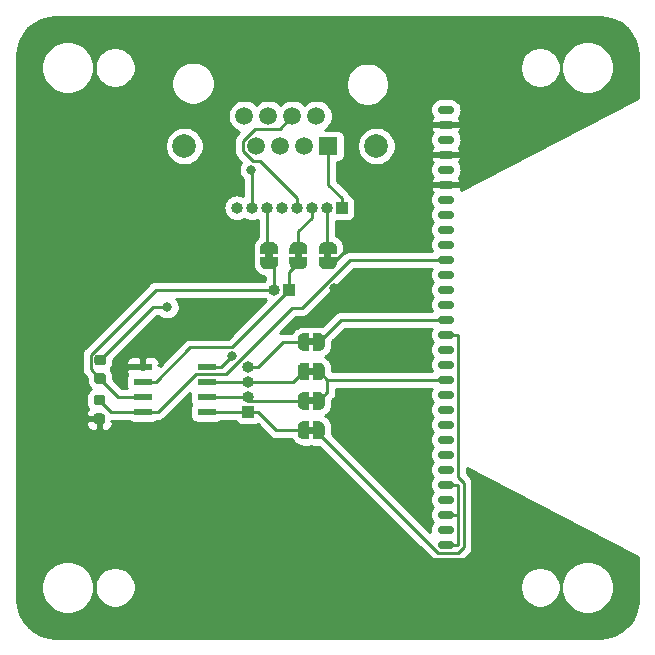
<source format=gtl>
G04 #@! TF.GenerationSoftware,KiCad,Pcbnew,5.1.2-f72e74a~84~ubuntu18.04.1*
G04 #@! TF.CreationDate,2019-07-18T22:32:31+09:00*
G04 #@! TF.ProjectId,dentureRS485,64656e74-7572-4655-9253-3438352e6b69,rev?*
G04 #@! TF.SameCoordinates,Original*
G04 #@! TF.FileFunction,Copper,L1,Top*
G04 #@! TF.FilePolarity,Positive*
%FSLAX46Y46*%
G04 Gerber Fmt 4.6, Leading zero omitted, Abs format (unit mm)*
G04 Created by KiCad (PCBNEW 5.1.2-f72e74a~84~ubuntu18.04.1) date 2019-07-18 22:32:31*
%MOMM*%
%LPD*%
G04 APERTURE LIST*
%ADD10C,0.500000*%
%ADD11C,0.100000*%
%ADD12R,1.000000X1.000000*%
%ADD13O,1.000000X1.000000*%
%ADD14R,1.500000X1.500000*%
%ADD15C,1.500000*%
%ADD16C,2.000000*%
%ADD17R,1.550000X0.600000*%
%ADD18C,0.875000*%
%ADD19O,1.400000X0.700000*%
%ADD20C,0.800000*%
%ADD21C,0.250000*%
%ADD22C,0.254000*%
G04 APERTURE END LIST*
D10*
X122959000Y-76233200D03*
D11*
G36*
X123459000Y-75933200D02*
G01*
X123859000Y-75933200D01*
X123859000Y-76533200D01*
X123459000Y-76533200D01*
X123459000Y-76983200D01*
X122959000Y-76983200D01*
X122959000Y-76982598D01*
X122934466Y-76982598D01*
X122885635Y-76977788D01*
X122837510Y-76968216D01*
X122790555Y-76953972D01*
X122745222Y-76935195D01*
X122701949Y-76912064D01*
X122661150Y-76884804D01*
X122623221Y-76853676D01*
X122588524Y-76818979D01*
X122557396Y-76781050D01*
X122530136Y-76740251D01*
X122507005Y-76696978D01*
X122488228Y-76651645D01*
X122473984Y-76604690D01*
X122464412Y-76556565D01*
X122459602Y-76507734D01*
X122459602Y-76483200D01*
X122459000Y-76483200D01*
X122459000Y-75983200D01*
X122459602Y-75983200D01*
X122459602Y-75958666D01*
X122464412Y-75909835D01*
X122473984Y-75861710D01*
X122488228Y-75814755D01*
X122507005Y-75769422D01*
X122530136Y-75726149D01*
X122557396Y-75685350D01*
X122588524Y-75647421D01*
X122623221Y-75612724D01*
X122661150Y-75581596D01*
X122701949Y-75554336D01*
X122745222Y-75531205D01*
X122790555Y-75512428D01*
X122837510Y-75498184D01*
X122885635Y-75488612D01*
X122934466Y-75483802D01*
X122959000Y-75483802D01*
X122959000Y-75483200D01*
X123459000Y-75483200D01*
X123459000Y-75933200D01*
X123459000Y-75933200D01*
G37*
D10*
X124259000Y-76233200D03*
D11*
G36*
X124259000Y-75483802D02*
G01*
X124283534Y-75483802D01*
X124332365Y-75488612D01*
X124380490Y-75498184D01*
X124427445Y-75512428D01*
X124472778Y-75531205D01*
X124516051Y-75554336D01*
X124556850Y-75581596D01*
X124594779Y-75612724D01*
X124629476Y-75647421D01*
X124660604Y-75685350D01*
X124687864Y-75726149D01*
X124710995Y-75769422D01*
X124729772Y-75814755D01*
X124744016Y-75861710D01*
X124753588Y-75909835D01*
X124758398Y-75958666D01*
X124758398Y-75983200D01*
X124759000Y-75983200D01*
X124759000Y-76483200D01*
X124758398Y-76483200D01*
X124758398Y-76507734D01*
X124753588Y-76556565D01*
X124744016Y-76604690D01*
X124729772Y-76651645D01*
X124710995Y-76696978D01*
X124687864Y-76740251D01*
X124660604Y-76781050D01*
X124629476Y-76818979D01*
X124594779Y-76853676D01*
X124556850Y-76884804D01*
X124516051Y-76912064D01*
X124472778Y-76935195D01*
X124427445Y-76953972D01*
X124380490Y-76968216D01*
X124332365Y-76977788D01*
X124283534Y-76982598D01*
X124259000Y-76982598D01*
X124259000Y-76983200D01*
X123759000Y-76983200D01*
X123759000Y-75483200D01*
X124259000Y-75483200D01*
X124259000Y-75483802D01*
X124259000Y-75483802D01*
G37*
D12*
X118259000Y-82153200D03*
D13*
X118259000Y-80883200D03*
X118259000Y-79613200D03*
X118259000Y-78343200D03*
D12*
X126205000Y-64871600D03*
D13*
X124935000Y-64871600D03*
X123665000Y-64871600D03*
X122395000Y-64871600D03*
X121125000Y-64871600D03*
X119855000Y-64871600D03*
X118585000Y-64871600D03*
X117315000Y-64871600D03*
D14*
X125070000Y-59639200D03*
D15*
X123030000Y-59639200D03*
X120990000Y-59639200D03*
X118950000Y-59639200D03*
X124050000Y-57099200D03*
X122010000Y-57099200D03*
X119970000Y-57099200D03*
X117930000Y-57099200D03*
D16*
X129115000Y-59639200D03*
X112865000Y-59639200D03*
D17*
X114757000Y-82157900D03*
X114757000Y-80887900D03*
X114757000Y-79617900D03*
X114757000Y-78347900D03*
X109357000Y-78347900D03*
X109357000Y-79617900D03*
X109357000Y-80887900D03*
X109357000Y-82157900D03*
D11*
G36*
X105956691Y-82291753D02*
G01*
X105977926Y-82294903D01*
X105998750Y-82300119D01*
X106018962Y-82307351D01*
X106038368Y-82316530D01*
X106056781Y-82327566D01*
X106074024Y-82340354D01*
X106089930Y-82354770D01*
X106104346Y-82370676D01*
X106117134Y-82387919D01*
X106128170Y-82406332D01*
X106137349Y-82425738D01*
X106144581Y-82445950D01*
X106149797Y-82466774D01*
X106152947Y-82488009D01*
X106154000Y-82509450D01*
X106154000Y-82946950D01*
X106152947Y-82968391D01*
X106149797Y-82989626D01*
X106144581Y-83010450D01*
X106137349Y-83030662D01*
X106128170Y-83050068D01*
X106117134Y-83068481D01*
X106104346Y-83085724D01*
X106089930Y-83101630D01*
X106074024Y-83116046D01*
X106056781Y-83128834D01*
X106038368Y-83139870D01*
X106018962Y-83149049D01*
X105998750Y-83156281D01*
X105977926Y-83161497D01*
X105956691Y-83164647D01*
X105935250Y-83165700D01*
X105422750Y-83165700D01*
X105401309Y-83164647D01*
X105380074Y-83161497D01*
X105359250Y-83156281D01*
X105339038Y-83149049D01*
X105319632Y-83139870D01*
X105301219Y-83128834D01*
X105283976Y-83116046D01*
X105268070Y-83101630D01*
X105253654Y-83085724D01*
X105240866Y-83068481D01*
X105229830Y-83050068D01*
X105220651Y-83030662D01*
X105213419Y-83010450D01*
X105208203Y-82989626D01*
X105205053Y-82968391D01*
X105204000Y-82946950D01*
X105204000Y-82509450D01*
X105205053Y-82488009D01*
X105208203Y-82466774D01*
X105213419Y-82445950D01*
X105220651Y-82425738D01*
X105229830Y-82406332D01*
X105240866Y-82387919D01*
X105253654Y-82370676D01*
X105268070Y-82354770D01*
X105283976Y-82340354D01*
X105301219Y-82327566D01*
X105319632Y-82316530D01*
X105339038Y-82307351D01*
X105359250Y-82300119D01*
X105380074Y-82294903D01*
X105401309Y-82291753D01*
X105422750Y-82290700D01*
X105935250Y-82290700D01*
X105956691Y-82291753D01*
X105956691Y-82291753D01*
G37*
D18*
X105679000Y-82728200D03*
D11*
G36*
X105956691Y-80716753D02*
G01*
X105977926Y-80719903D01*
X105998750Y-80725119D01*
X106018962Y-80732351D01*
X106038368Y-80741530D01*
X106056781Y-80752566D01*
X106074024Y-80765354D01*
X106089930Y-80779770D01*
X106104346Y-80795676D01*
X106117134Y-80812919D01*
X106128170Y-80831332D01*
X106137349Y-80850738D01*
X106144581Y-80870950D01*
X106149797Y-80891774D01*
X106152947Y-80913009D01*
X106154000Y-80934450D01*
X106154000Y-81371950D01*
X106152947Y-81393391D01*
X106149797Y-81414626D01*
X106144581Y-81435450D01*
X106137349Y-81455662D01*
X106128170Y-81475068D01*
X106117134Y-81493481D01*
X106104346Y-81510724D01*
X106089930Y-81526630D01*
X106074024Y-81541046D01*
X106056781Y-81553834D01*
X106038368Y-81564870D01*
X106018962Y-81574049D01*
X105998750Y-81581281D01*
X105977926Y-81586497D01*
X105956691Y-81589647D01*
X105935250Y-81590700D01*
X105422750Y-81590700D01*
X105401309Y-81589647D01*
X105380074Y-81586497D01*
X105359250Y-81581281D01*
X105339038Y-81574049D01*
X105319632Y-81564870D01*
X105301219Y-81553834D01*
X105283976Y-81541046D01*
X105268070Y-81526630D01*
X105253654Y-81510724D01*
X105240866Y-81493481D01*
X105229830Y-81475068D01*
X105220651Y-81455662D01*
X105213419Y-81435450D01*
X105208203Y-81414626D01*
X105205053Y-81393391D01*
X105204000Y-81371950D01*
X105204000Y-80934450D01*
X105205053Y-80913009D01*
X105208203Y-80891774D01*
X105213419Y-80870950D01*
X105220651Y-80850738D01*
X105229830Y-80831332D01*
X105240866Y-80812919D01*
X105253654Y-80795676D01*
X105268070Y-80779770D01*
X105283976Y-80765354D01*
X105301219Y-80752566D01*
X105319632Y-80741530D01*
X105339038Y-80732351D01*
X105359250Y-80725119D01*
X105380074Y-80719903D01*
X105401309Y-80716753D01*
X105422750Y-80715700D01*
X105935250Y-80715700D01*
X105956691Y-80716753D01*
X105956691Y-80716753D01*
G37*
D18*
X105679000Y-81153200D03*
D11*
G36*
X106006691Y-77321753D02*
G01*
X106027926Y-77324903D01*
X106048750Y-77330119D01*
X106068962Y-77337351D01*
X106088368Y-77346530D01*
X106106781Y-77357566D01*
X106124024Y-77370354D01*
X106139930Y-77384770D01*
X106154346Y-77400676D01*
X106167134Y-77417919D01*
X106178170Y-77436332D01*
X106187349Y-77455738D01*
X106194581Y-77475950D01*
X106199797Y-77496774D01*
X106202947Y-77518009D01*
X106204000Y-77539450D01*
X106204000Y-77976950D01*
X106202947Y-77998391D01*
X106199797Y-78019626D01*
X106194581Y-78040450D01*
X106187349Y-78060662D01*
X106178170Y-78080068D01*
X106167134Y-78098481D01*
X106154346Y-78115724D01*
X106139930Y-78131630D01*
X106124024Y-78146046D01*
X106106781Y-78158834D01*
X106088368Y-78169870D01*
X106068962Y-78179049D01*
X106048750Y-78186281D01*
X106027926Y-78191497D01*
X106006691Y-78194647D01*
X105985250Y-78195700D01*
X105472750Y-78195700D01*
X105451309Y-78194647D01*
X105430074Y-78191497D01*
X105409250Y-78186281D01*
X105389038Y-78179049D01*
X105369632Y-78169870D01*
X105351219Y-78158834D01*
X105333976Y-78146046D01*
X105318070Y-78131630D01*
X105303654Y-78115724D01*
X105290866Y-78098481D01*
X105279830Y-78080068D01*
X105270651Y-78060662D01*
X105263419Y-78040450D01*
X105258203Y-78019626D01*
X105255053Y-77998391D01*
X105254000Y-77976950D01*
X105254000Y-77539450D01*
X105255053Y-77518009D01*
X105258203Y-77496774D01*
X105263419Y-77475950D01*
X105270651Y-77455738D01*
X105279830Y-77436332D01*
X105290866Y-77417919D01*
X105303654Y-77400676D01*
X105318070Y-77384770D01*
X105333976Y-77370354D01*
X105351219Y-77357566D01*
X105369632Y-77346530D01*
X105389038Y-77337351D01*
X105409250Y-77330119D01*
X105430074Y-77324903D01*
X105451309Y-77321753D01*
X105472750Y-77320700D01*
X105985250Y-77320700D01*
X106006691Y-77321753D01*
X106006691Y-77321753D01*
G37*
D18*
X105729000Y-77758200D03*
D11*
G36*
X106006691Y-78896753D02*
G01*
X106027926Y-78899903D01*
X106048750Y-78905119D01*
X106068962Y-78912351D01*
X106088368Y-78921530D01*
X106106781Y-78932566D01*
X106124024Y-78945354D01*
X106139930Y-78959770D01*
X106154346Y-78975676D01*
X106167134Y-78992919D01*
X106178170Y-79011332D01*
X106187349Y-79030738D01*
X106194581Y-79050950D01*
X106199797Y-79071774D01*
X106202947Y-79093009D01*
X106204000Y-79114450D01*
X106204000Y-79551950D01*
X106202947Y-79573391D01*
X106199797Y-79594626D01*
X106194581Y-79615450D01*
X106187349Y-79635662D01*
X106178170Y-79655068D01*
X106167134Y-79673481D01*
X106154346Y-79690724D01*
X106139930Y-79706630D01*
X106124024Y-79721046D01*
X106106781Y-79733834D01*
X106088368Y-79744870D01*
X106068962Y-79754049D01*
X106048750Y-79761281D01*
X106027926Y-79766497D01*
X106006691Y-79769647D01*
X105985250Y-79770700D01*
X105472750Y-79770700D01*
X105451309Y-79769647D01*
X105430074Y-79766497D01*
X105409250Y-79761281D01*
X105389038Y-79754049D01*
X105369632Y-79744870D01*
X105351219Y-79733834D01*
X105333976Y-79721046D01*
X105318070Y-79706630D01*
X105303654Y-79690724D01*
X105290866Y-79673481D01*
X105279830Y-79655068D01*
X105270651Y-79635662D01*
X105263419Y-79615450D01*
X105258203Y-79594626D01*
X105255053Y-79573391D01*
X105254000Y-79551950D01*
X105254000Y-79114450D01*
X105255053Y-79093009D01*
X105258203Y-79071774D01*
X105263419Y-79050950D01*
X105270651Y-79030738D01*
X105279830Y-79011332D01*
X105290866Y-78992919D01*
X105303654Y-78975676D01*
X105318070Y-78959770D01*
X105333976Y-78945354D01*
X105351219Y-78932566D01*
X105369632Y-78921530D01*
X105389038Y-78912351D01*
X105409250Y-78905119D01*
X105430074Y-78899903D01*
X105451309Y-78896753D01*
X105472750Y-78895700D01*
X105985250Y-78895700D01*
X106006691Y-78896753D01*
X106006691Y-78896753D01*
G37*
D18*
X105729000Y-79333200D03*
D12*
X121769000Y-71813200D03*
D13*
X120499000Y-71813200D03*
D10*
X124259000Y-83703200D03*
D11*
G36*
X124259000Y-82953802D02*
G01*
X124283534Y-82953802D01*
X124332365Y-82958612D01*
X124380490Y-82968184D01*
X124427445Y-82982428D01*
X124472778Y-83001205D01*
X124516051Y-83024336D01*
X124556850Y-83051596D01*
X124594779Y-83082724D01*
X124629476Y-83117421D01*
X124660604Y-83155350D01*
X124687864Y-83196149D01*
X124710995Y-83239422D01*
X124729772Y-83284755D01*
X124744016Y-83331710D01*
X124753588Y-83379835D01*
X124758398Y-83428666D01*
X124758398Y-83453200D01*
X124759000Y-83453200D01*
X124759000Y-83953200D01*
X124758398Y-83953200D01*
X124758398Y-83977734D01*
X124753588Y-84026565D01*
X124744016Y-84074690D01*
X124729772Y-84121645D01*
X124710995Y-84166978D01*
X124687864Y-84210251D01*
X124660604Y-84251050D01*
X124629476Y-84288979D01*
X124594779Y-84323676D01*
X124556850Y-84354804D01*
X124516051Y-84382064D01*
X124472778Y-84405195D01*
X124427445Y-84423972D01*
X124380490Y-84438216D01*
X124332365Y-84447788D01*
X124283534Y-84452598D01*
X124259000Y-84452598D01*
X124259000Y-84453200D01*
X123759000Y-84453200D01*
X123759000Y-82953200D01*
X124259000Y-82953200D01*
X124259000Y-82953802D01*
X124259000Y-82953802D01*
G37*
D10*
X122959000Y-83703200D03*
D11*
G36*
X123459000Y-83403200D02*
G01*
X123859000Y-83403200D01*
X123859000Y-84003200D01*
X123459000Y-84003200D01*
X123459000Y-84453200D01*
X122959000Y-84453200D01*
X122959000Y-84452598D01*
X122934466Y-84452598D01*
X122885635Y-84447788D01*
X122837510Y-84438216D01*
X122790555Y-84423972D01*
X122745222Y-84405195D01*
X122701949Y-84382064D01*
X122661150Y-84354804D01*
X122623221Y-84323676D01*
X122588524Y-84288979D01*
X122557396Y-84251050D01*
X122530136Y-84210251D01*
X122507005Y-84166978D01*
X122488228Y-84121645D01*
X122473984Y-84074690D01*
X122464412Y-84026565D01*
X122459602Y-83977734D01*
X122459602Y-83953200D01*
X122459000Y-83953200D01*
X122459000Y-83453200D01*
X122459602Y-83453200D01*
X122459602Y-83428666D01*
X122464412Y-83379835D01*
X122473984Y-83331710D01*
X122488228Y-83284755D01*
X122507005Y-83239422D01*
X122530136Y-83196149D01*
X122557396Y-83155350D01*
X122588524Y-83117421D01*
X122623221Y-83082724D01*
X122661150Y-83051596D01*
X122701949Y-83024336D01*
X122745222Y-83001205D01*
X122790555Y-82982428D01*
X122837510Y-82968184D01*
X122885635Y-82958612D01*
X122934466Y-82953802D01*
X122959000Y-82953802D01*
X122959000Y-82953200D01*
X123459000Y-82953200D01*
X123459000Y-83403200D01*
X123459000Y-83403200D01*
G37*
D10*
X122959000Y-81223200D03*
D11*
G36*
X123459000Y-80923200D02*
G01*
X123859000Y-80923200D01*
X123859000Y-81523200D01*
X123459000Y-81523200D01*
X123459000Y-81973200D01*
X122959000Y-81973200D01*
X122959000Y-81972598D01*
X122934466Y-81972598D01*
X122885635Y-81967788D01*
X122837510Y-81958216D01*
X122790555Y-81943972D01*
X122745222Y-81925195D01*
X122701949Y-81902064D01*
X122661150Y-81874804D01*
X122623221Y-81843676D01*
X122588524Y-81808979D01*
X122557396Y-81771050D01*
X122530136Y-81730251D01*
X122507005Y-81686978D01*
X122488228Y-81641645D01*
X122473984Y-81594690D01*
X122464412Y-81546565D01*
X122459602Y-81497734D01*
X122459602Y-81473200D01*
X122459000Y-81473200D01*
X122459000Y-80973200D01*
X122459602Y-80973200D01*
X122459602Y-80948666D01*
X122464412Y-80899835D01*
X122473984Y-80851710D01*
X122488228Y-80804755D01*
X122507005Y-80759422D01*
X122530136Y-80716149D01*
X122557396Y-80675350D01*
X122588524Y-80637421D01*
X122623221Y-80602724D01*
X122661150Y-80571596D01*
X122701949Y-80544336D01*
X122745222Y-80521205D01*
X122790555Y-80502428D01*
X122837510Y-80488184D01*
X122885635Y-80478612D01*
X122934466Y-80473802D01*
X122959000Y-80473802D01*
X122959000Y-80473200D01*
X123459000Y-80473200D01*
X123459000Y-80923200D01*
X123459000Y-80923200D01*
G37*
D10*
X124259000Y-81223200D03*
D11*
G36*
X124259000Y-80473802D02*
G01*
X124283534Y-80473802D01*
X124332365Y-80478612D01*
X124380490Y-80488184D01*
X124427445Y-80502428D01*
X124472778Y-80521205D01*
X124516051Y-80544336D01*
X124556850Y-80571596D01*
X124594779Y-80602724D01*
X124629476Y-80637421D01*
X124660604Y-80675350D01*
X124687864Y-80716149D01*
X124710995Y-80759422D01*
X124729772Y-80804755D01*
X124744016Y-80851710D01*
X124753588Y-80899835D01*
X124758398Y-80948666D01*
X124758398Y-80973200D01*
X124759000Y-80973200D01*
X124759000Y-81473200D01*
X124758398Y-81473200D01*
X124758398Y-81497734D01*
X124753588Y-81546565D01*
X124744016Y-81594690D01*
X124729772Y-81641645D01*
X124710995Y-81686978D01*
X124687864Y-81730251D01*
X124660604Y-81771050D01*
X124629476Y-81808979D01*
X124594779Y-81843676D01*
X124556850Y-81874804D01*
X124516051Y-81902064D01*
X124472778Y-81925195D01*
X124427445Y-81943972D01*
X124380490Y-81958216D01*
X124332365Y-81967788D01*
X124283534Y-81972598D01*
X124259000Y-81972598D01*
X124259000Y-81973200D01*
X123759000Y-81973200D01*
X123759000Y-80473200D01*
X124259000Y-80473200D01*
X124259000Y-80473802D01*
X124259000Y-80473802D01*
G37*
D10*
X124259000Y-78733200D03*
D11*
G36*
X124259000Y-77983802D02*
G01*
X124283534Y-77983802D01*
X124332365Y-77988612D01*
X124380490Y-77998184D01*
X124427445Y-78012428D01*
X124472778Y-78031205D01*
X124516051Y-78054336D01*
X124556850Y-78081596D01*
X124594779Y-78112724D01*
X124629476Y-78147421D01*
X124660604Y-78185350D01*
X124687864Y-78226149D01*
X124710995Y-78269422D01*
X124729772Y-78314755D01*
X124744016Y-78361710D01*
X124753588Y-78409835D01*
X124758398Y-78458666D01*
X124758398Y-78483200D01*
X124759000Y-78483200D01*
X124759000Y-78983200D01*
X124758398Y-78983200D01*
X124758398Y-79007734D01*
X124753588Y-79056565D01*
X124744016Y-79104690D01*
X124729772Y-79151645D01*
X124710995Y-79196978D01*
X124687864Y-79240251D01*
X124660604Y-79281050D01*
X124629476Y-79318979D01*
X124594779Y-79353676D01*
X124556850Y-79384804D01*
X124516051Y-79412064D01*
X124472778Y-79435195D01*
X124427445Y-79453972D01*
X124380490Y-79468216D01*
X124332365Y-79477788D01*
X124283534Y-79482598D01*
X124259000Y-79482598D01*
X124259000Y-79483200D01*
X123759000Y-79483200D01*
X123759000Y-77983200D01*
X124259000Y-77983200D01*
X124259000Y-77983802D01*
X124259000Y-77983802D01*
G37*
D10*
X122959000Y-78733200D03*
D11*
G36*
X123459000Y-78433200D02*
G01*
X123859000Y-78433200D01*
X123859000Y-79033200D01*
X123459000Y-79033200D01*
X123459000Y-79483200D01*
X122959000Y-79483200D01*
X122959000Y-79482598D01*
X122934466Y-79482598D01*
X122885635Y-79477788D01*
X122837510Y-79468216D01*
X122790555Y-79453972D01*
X122745222Y-79435195D01*
X122701949Y-79412064D01*
X122661150Y-79384804D01*
X122623221Y-79353676D01*
X122588524Y-79318979D01*
X122557396Y-79281050D01*
X122530136Y-79240251D01*
X122507005Y-79196978D01*
X122488228Y-79151645D01*
X122473984Y-79104690D01*
X122464412Y-79056565D01*
X122459602Y-79007734D01*
X122459602Y-78983200D01*
X122459000Y-78983200D01*
X122459000Y-78483200D01*
X122459602Y-78483200D01*
X122459602Y-78458666D01*
X122464412Y-78409835D01*
X122473984Y-78361710D01*
X122488228Y-78314755D01*
X122507005Y-78269422D01*
X122530136Y-78226149D01*
X122557396Y-78185350D01*
X122588524Y-78147421D01*
X122623221Y-78112724D01*
X122661150Y-78081596D01*
X122701949Y-78054336D01*
X122745222Y-78031205D01*
X122790555Y-78012428D01*
X122837510Y-77998184D01*
X122885635Y-77988612D01*
X122934466Y-77983802D01*
X122959000Y-77983802D01*
X122959000Y-77983200D01*
X123459000Y-77983200D01*
X123459000Y-78433200D01*
X123459000Y-78433200D01*
G37*
D10*
X120039000Y-68273200D03*
D11*
G36*
X120339000Y-68773200D02*
G01*
X120339000Y-69173200D01*
X119739000Y-69173200D01*
X119739000Y-68773200D01*
X119289000Y-68773200D01*
X119289000Y-68273200D01*
X119289602Y-68273200D01*
X119289602Y-68248666D01*
X119294412Y-68199835D01*
X119303984Y-68151710D01*
X119318228Y-68104755D01*
X119337005Y-68059422D01*
X119360136Y-68016149D01*
X119387396Y-67975350D01*
X119418524Y-67937421D01*
X119453221Y-67902724D01*
X119491150Y-67871596D01*
X119531949Y-67844336D01*
X119575222Y-67821205D01*
X119620555Y-67802428D01*
X119667510Y-67788184D01*
X119715635Y-67778612D01*
X119764466Y-67773802D01*
X119789000Y-67773802D01*
X119789000Y-67773200D01*
X120289000Y-67773200D01*
X120289000Y-67773802D01*
X120313534Y-67773802D01*
X120362365Y-67778612D01*
X120410490Y-67788184D01*
X120457445Y-67802428D01*
X120502778Y-67821205D01*
X120546051Y-67844336D01*
X120586850Y-67871596D01*
X120624779Y-67902724D01*
X120659476Y-67937421D01*
X120690604Y-67975350D01*
X120717864Y-68016149D01*
X120740995Y-68059422D01*
X120759772Y-68104755D01*
X120774016Y-68151710D01*
X120783588Y-68199835D01*
X120788398Y-68248666D01*
X120788398Y-68273200D01*
X120789000Y-68273200D01*
X120789000Y-68773200D01*
X120339000Y-68773200D01*
X120339000Y-68773200D01*
G37*
D10*
X120039000Y-69573200D03*
D11*
G36*
X120788398Y-69573200D02*
G01*
X120788398Y-69597734D01*
X120783588Y-69646565D01*
X120774016Y-69694690D01*
X120759772Y-69741645D01*
X120740995Y-69786978D01*
X120717864Y-69830251D01*
X120690604Y-69871050D01*
X120659476Y-69908979D01*
X120624779Y-69943676D01*
X120586850Y-69974804D01*
X120546051Y-70002064D01*
X120502778Y-70025195D01*
X120457445Y-70043972D01*
X120410490Y-70058216D01*
X120362365Y-70067788D01*
X120313534Y-70072598D01*
X120289000Y-70072598D01*
X120289000Y-70073200D01*
X119789000Y-70073200D01*
X119789000Y-70072598D01*
X119764466Y-70072598D01*
X119715635Y-70067788D01*
X119667510Y-70058216D01*
X119620555Y-70043972D01*
X119575222Y-70025195D01*
X119531949Y-70002064D01*
X119491150Y-69974804D01*
X119453221Y-69943676D01*
X119418524Y-69908979D01*
X119387396Y-69871050D01*
X119360136Y-69830251D01*
X119337005Y-69786978D01*
X119318228Y-69741645D01*
X119303984Y-69694690D01*
X119294412Y-69646565D01*
X119289602Y-69597734D01*
X119289602Y-69573200D01*
X119289000Y-69573200D01*
X119289000Y-69073200D01*
X120789000Y-69073200D01*
X120789000Y-69573200D01*
X120788398Y-69573200D01*
X120788398Y-69573200D01*
G37*
D10*
X122519000Y-68273200D03*
D11*
G36*
X122819000Y-68773200D02*
G01*
X122819000Y-69173200D01*
X122219000Y-69173200D01*
X122219000Y-68773200D01*
X121769000Y-68773200D01*
X121769000Y-68273200D01*
X121769602Y-68273200D01*
X121769602Y-68248666D01*
X121774412Y-68199835D01*
X121783984Y-68151710D01*
X121798228Y-68104755D01*
X121817005Y-68059422D01*
X121840136Y-68016149D01*
X121867396Y-67975350D01*
X121898524Y-67937421D01*
X121933221Y-67902724D01*
X121971150Y-67871596D01*
X122011949Y-67844336D01*
X122055222Y-67821205D01*
X122100555Y-67802428D01*
X122147510Y-67788184D01*
X122195635Y-67778612D01*
X122244466Y-67773802D01*
X122269000Y-67773802D01*
X122269000Y-67773200D01*
X122769000Y-67773200D01*
X122769000Y-67773802D01*
X122793534Y-67773802D01*
X122842365Y-67778612D01*
X122890490Y-67788184D01*
X122937445Y-67802428D01*
X122982778Y-67821205D01*
X123026051Y-67844336D01*
X123066850Y-67871596D01*
X123104779Y-67902724D01*
X123139476Y-67937421D01*
X123170604Y-67975350D01*
X123197864Y-68016149D01*
X123220995Y-68059422D01*
X123239772Y-68104755D01*
X123254016Y-68151710D01*
X123263588Y-68199835D01*
X123268398Y-68248666D01*
X123268398Y-68273200D01*
X123269000Y-68273200D01*
X123269000Y-68773200D01*
X122819000Y-68773200D01*
X122819000Y-68773200D01*
G37*
D10*
X122519000Y-69573200D03*
D11*
G36*
X123268398Y-69573200D02*
G01*
X123268398Y-69597734D01*
X123263588Y-69646565D01*
X123254016Y-69694690D01*
X123239772Y-69741645D01*
X123220995Y-69786978D01*
X123197864Y-69830251D01*
X123170604Y-69871050D01*
X123139476Y-69908979D01*
X123104779Y-69943676D01*
X123066850Y-69974804D01*
X123026051Y-70002064D01*
X122982778Y-70025195D01*
X122937445Y-70043972D01*
X122890490Y-70058216D01*
X122842365Y-70067788D01*
X122793534Y-70072598D01*
X122769000Y-70072598D01*
X122769000Y-70073200D01*
X122269000Y-70073200D01*
X122269000Y-70072598D01*
X122244466Y-70072598D01*
X122195635Y-70067788D01*
X122147510Y-70058216D01*
X122100555Y-70043972D01*
X122055222Y-70025195D01*
X122011949Y-70002064D01*
X121971150Y-69974804D01*
X121933221Y-69943676D01*
X121898524Y-69908979D01*
X121867396Y-69871050D01*
X121840136Y-69830251D01*
X121817005Y-69786978D01*
X121798228Y-69741645D01*
X121783984Y-69694690D01*
X121774412Y-69646565D01*
X121769602Y-69597734D01*
X121769602Y-69573200D01*
X121769000Y-69573200D01*
X121769000Y-69073200D01*
X123269000Y-69073200D01*
X123269000Y-69573200D01*
X123268398Y-69573200D01*
X123268398Y-69573200D01*
G37*
D10*
X125019000Y-69573200D03*
D11*
G36*
X125768398Y-69573200D02*
G01*
X125768398Y-69597734D01*
X125763588Y-69646565D01*
X125754016Y-69694690D01*
X125739772Y-69741645D01*
X125720995Y-69786978D01*
X125697864Y-69830251D01*
X125670604Y-69871050D01*
X125639476Y-69908979D01*
X125604779Y-69943676D01*
X125566850Y-69974804D01*
X125526051Y-70002064D01*
X125482778Y-70025195D01*
X125437445Y-70043972D01*
X125390490Y-70058216D01*
X125342365Y-70067788D01*
X125293534Y-70072598D01*
X125269000Y-70072598D01*
X125269000Y-70073200D01*
X124769000Y-70073200D01*
X124769000Y-70072598D01*
X124744466Y-70072598D01*
X124695635Y-70067788D01*
X124647510Y-70058216D01*
X124600555Y-70043972D01*
X124555222Y-70025195D01*
X124511949Y-70002064D01*
X124471150Y-69974804D01*
X124433221Y-69943676D01*
X124398524Y-69908979D01*
X124367396Y-69871050D01*
X124340136Y-69830251D01*
X124317005Y-69786978D01*
X124298228Y-69741645D01*
X124283984Y-69694690D01*
X124274412Y-69646565D01*
X124269602Y-69597734D01*
X124269602Y-69573200D01*
X124269000Y-69573200D01*
X124269000Y-69073200D01*
X125769000Y-69073200D01*
X125769000Y-69573200D01*
X125768398Y-69573200D01*
X125768398Y-69573200D01*
G37*
D10*
X125019000Y-68273200D03*
D11*
G36*
X125319000Y-68773200D02*
G01*
X125319000Y-69173200D01*
X124719000Y-69173200D01*
X124719000Y-68773200D01*
X124269000Y-68773200D01*
X124269000Y-68273200D01*
X124269602Y-68273200D01*
X124269602Y-68248666D01*
X124274412Y-68199835D01*
X124283984Y-68151710D01*
X124298228Y-68104755D01*
X124317005Y-68059422D01*
X124340136Y-68016149D01*
X124367396Y-67975350D01*
X124398524Y-67937421D01*
X124433221Y-67902724D01*
X124471150Y-67871596D01*
X124511949Y-67844336D01*
X124555222Y-67821205D01*
X124600555Y-67802428D01*
X124647510Y-67788184D01*
X124695635Y-67778612D01*
X124744466Y-67773802D01*
X124769000Y-67773802D01*
X124769000Y-67773200D01*
X125269000Y-67773200D01*
X125269000Y-67773802D01*
X125293534Y-67773802D01*
X125342365Y-67778612D01*
X125390490Y-67788184D01*
X125437445Y-67802428D01*
X125482778Y-67821205D01*
X125526051Y-67844336D01*
X125566850Y-67871596D01*
X125604779Y-67902724D01*
X125639476Y-67937421D01*
X125670604Y-67975350D01*
X125697864Y-68016149D01*
X125720995Y-68059422D01*
X125739772Y-68104755D01*
X125754016Y-68151710D01*
X125763588Y-68199835D01*
X125768398Y-68248666D01*
X125768398Y-68273200D01*
X125769000Y-68273200D01*
X125769000Y-68773200D01*
X125319000Y-68773200D01*
X125319000Y-68773200D01*
G37*
D19*
X135000000Y-56585000D03*
X135000000Y-57855000D03*
X135000000Y-59125000D03*
X135000000Y-60395000D03*
X135000000Y-61665000D03*
X135000000Y-62935000D03*
X135000000Y-64205000D03*
X135000000Y-65475000D03*
X135000000Y-66745000D03*
X135000000Y-68015000D03*
X135000000Y-69285000D03*
X135000000Y-70555000D03*
X135000000Y-71825000D03*
X135000000Y-73095000D03*
X135000000Y-74365000D03*
X135000000Y-75635000D03*
X135000000Y-76905000D03*
X135000000Y-78175000D03*
X135000000Y-79445000D03*
X135000000Y-80715000D03*
X135000000Y-81985000D03*
X135000000Y-83255000D03*
X135000000Y-84525000D03*
X135000000Y-85795000D03*
X135000000Y-87065000D03*
X135000000Y-88335000D03*
X135000000Y-89605000D03*
X135000000Y-90875000D03*
X135000000Y-92145000D03*
X135000000Y-93415000D03*
D20*
X132868800Y-62953200D03*
X125555053Y-71679453D03*
X139578800Y-93193200D03*
X105795309Y-94437674D03*
X105484039Y-55378439D03*
X110158800Y-76503200D03*
X128798800Y-84413200D03*
X128718800Y-77713200D03*
X141778800Y-56883200D03*
X118531700Y-61673500D03*
X111424600Y-73285600D03*
X116874000Y-77427000D03*
D21*
X135000000Y-62935000D02*
X132887000Y-62935000D01*
X132887000Y-62935000D02*
X132868800Y-62953200D01*
X132048634Y-62953200D02*
X132303115Y-62953200D01*
X125428634Y-69573200D02*
X132048634Y-62953200D01*
X132303115Y-62953200D02*
X132868800Y-62953200D01*
X125019000Y-69573200D02*
X125428634Y-69573200D01*
X105926145Y-94568510D02*
X105795309Y-94437674D01*
X139578800Y-93193200D02*
X138203490Y-94568510D01*
X138203490Y-94568510D02*
X105926145Y-94568510D01*
X105679000Y-81153200D02*
X106683700Y-82157900D01*
X106683700Y-82157900D02*
X109357000Y-82157900D01*
X135000000Y-69285000D02*
X126924200Y-69285000D01*
X126924200Y-69285000D02*
X122841900Y-73367300D01*
X122841900Y-73367300D02*
X122012800Y-73367300D01*
X122012800Y-73367300D02*
X116406800Y-78973300D01*
X116406800Y-78973300D02*
X113835500Y-78973300D01*
X113835500Y-78973300D02*
X110650900Y-82157900D01*
X110650900Y-82157900D02*
X109357000Y-82157900D01*
X118259000Y-82153200D02*
X117433700Y-82153200D01*
X114757000Y-82157900D02*
X117429000Y-82157900D01*
X117429000Y-82157900D02*
X117433700Y-82153200D01*
X118259000Y-82153200D02*
X119084300Y-82153200D01*
X122959000Y-83703200D02*
X120634300Y-83703200D01*
X120634300Y-83703200D02*
X119084300Y-82153200D01*
X118048400Y-80883200D02*
X118388400Y-81223200D01*
X118388400Y-81223200D02*
X122959000Y-81223200D01*
X118048400Y-80883200D02*
X117433700Y-80883200D01*
X118259000Y-80883200D02*
X118048400Y-80883200D01*
X114757000Y-80887900D02*
X117429000Y-80887900D01*
X117429000Y-80887900D02*
X117433700Y-80883200D01*
X118259000Y-79613200D02*
X122079000Y-79613200D01*
X122079000Y-79613200D02*
X122959000Y-78733200D01*
X118048400Y-79613200D02*
X118259000Y-79613200D01*
X118048400Y-79613200D02*
X117433700Y-79613200D01*
X114757000Y-79617900D02*
X117429000Y-79617900D01*
X117429000Y-79617900D02*
X117433700Y-79613200D01*
X126205000Y-64871600D02*
X126205000Y-64046300D01*
X125070000Y-59639200D02*
X125070000Y-62911300D01*
X125070000Y-62911300D02*
X126205000Y-64046300D01*
X125019000Y-68273200D02*
X124935000Y-68189200D01*
X124935000Y-68189200D02*
X124935000Y-64871600D01*
X123665000Y-64871600D02*
X123665000Y-65696900D01*
X122519000Y-68273200D02*
X122519000Y-66842900D01*
X122519000Y-66842900D02*
X123665000Y-65696900D01*
X122395000Y-64046300D02*
X119296900Y-60948200D01*
X119296900Y-60948200D02*
X118677900Y-60948200D01*
X118677900Y-60948200D02*
X117836500Y-60106800D01*
X117836500Y-60106800D02*
X117836500Y-59185100D01*
X117836500Y-59185100D02*
X118847000Y-58174600D01*
X118847000Y-58174600D02*
X120934600Y-58174600D01*
X120934600Y-58174600D02*
X122010000Y-57099200D01*
X122395000Y-64871600D02*
X122395000Y-64046300D01*
X120039000Y-68273200D02*
X119855000Y-68089200D01*
X119855000Y-68089200D02*
X119855000Y-64871600D01*
X118531700Y-61673500D02*
X118585000Y-61726800D01*
X118585000Y-61726800D02*
X118585000Y-64871600D01*
X135000000Y-74365000D02*
X126127200Y-74365000D01*
X126127200Y-74365000D02*
X124259000Y-76233200D01*
X135000000Y-75635000D02*
X136025300Y-75635000D01*
X136025300Y-75635000D02*
X136025300Y-87659800D01*
X136025300Y-87659800D02*
X136505900Y-88140400D01*
X136505900Y-88140400D02*
X136505900Y-93621200D01*
X136505900Y-93621200D02*
X136008600Y-94118500D01*
X136008600Y-94118500D02*
X134366100Y-94118500D01*
X134366100Y-94118500D02*
X124259000Y-84011400D01*
X124259000Y-84011400D02*
X124259000Y-83703200D01*
X124970800Y-79445000D02*
X124259000Y-78733200D01*
X135000000Y-79445000D02*
X124970800Y-79445000D01*
X124970800Y-79445000D02*
X124970800Y-80511400D01*
X124970800Y-80511400D02*
X124259000Y-81223200D01*
X135000000Y-88335000D02*
X136025300Y-88335000D01*
X136025300Y-90875000D02*
X136025300Y-88335000D01*
X135912700Y-90875000D02*
X136025300Y-90875000D01*
X135000000Y-90875000D02*
X135912700Y-90875000D01*
X135000000Y-93415000D02*
X136025300Y-93415000D01*
X136025300Y-93415000D02*
X136025300Y-90875000D01*
X121769000Y-71813200D02*
X116880500Y-76701700D01*
X116880500Y-76701700D02*
X113373600Y-76701700D01*
X113373600Y-76701700D02*
X110457400Y-79617900D01*
X110457400Y-79617900D02*
X109357000Y-79617900D01*
X111424600Y-73285600D02*
X110201600Y-73285600D01*
X110201600Y-73285600D02*
X105729000Y-77758200D01*
X122519000Y-69573200D02*
X121769000Y-70323200D01*
X121769000Y-70323200D02*
X121769000Y-71813200D01*
X120499000Y-71813200D02*
X110429500Y-71813200D01*
X110429500Y-71813200D02*
X104927900Y-77314800D01*
X104927900Y-77314800D02*
X104927900Y-78532100D01*
X104927900Y-78532100D02*
X105729000Y-79333200D01*
X105729000Y-79333200D02*
X107283700Y-80887900D01*
X107283700Y-80887900D02*
X109357000Y-80887900D01*
X120039000Y-69573200D02*
X120499000Y-70033200D01*
X120499000Y-70033200D02*
X120499000Y-71813200D01*
X118259000Y-78343200D02*
X119084300Y-78343200D01*
X119084300Y-78343200D02*
X121194300Y-76233200D01*
X121194300Y-76233200D02*
X122959000Y-76233200D01*
X114757000Y-78347900D02*
X115953100Y-78347900D01*
X115953100Y-78347900D02*
X116874000Y-77427000D01*
D22*
G36*
X148638370Y-48775998D02*
G01*
X149252424Y-48961392D01*
X149818773Y-49262525D01*
X150315848Y-49667928D01*
X150724712Y-50162159D01*
X151029790Y-50726389D01*
X151219467Y-51339137D01*
X151290000Y-52010204D01*
X151290001Y-55567461D01*
X136256463Y-63326707D01*
X136294885Y-63213238D01*
X136166431Y-63062000D01*
X135127000Y-63062000D01*
X135127000Y-63082000D01*
X134873000Y-63082000D01*
X134873000Y-63062000D01*
X133833569Y-63062000D01*
X133705115Y-63213238D01*
X133760446Y-63376641D01*
X133863698Y-63541698D01*
X133893845Y-63573714D01*
X133827040Y-63655116D01*
X133735576Y-63826233D01*
X133679253Y-64011906D01*
X133660235Y-64205000D01*
X133679253Y-64398094D01*
X133735576Y-64583767D01*
X133827040Y-64754884D01*
X133896893Y-64840000D01*
X133827040Y-64925116D01*
X133735576Y-65096233D01*
X133679253Y-65281906D01*
X133660235Y-65475000D01*
X133679253Y-65668094D01*
X133735576Y-65853767D01*
X133827040Y-66024884D01*
X133896893Y-66110000D01*
X133827040Y-66195116D01*
X133735576Y-66366233D01*
X133679253Y-66551906D01*
X133660235Y-66745000D01*
X133679253Y-66938094D01*
X133735576Y-67123767D01*
X133827040Y-67294884D01*
X133896893Y-67380000D01*
X133827040Y-67465116D01*
X133735576Y-67636233D01*
X133679253Y-67821906D01*
X133660235Y-68015000D01*
X133679253Y-68208094D01*
X133735576Y-68393767D01*
X133805722Y-68525000D01*
X126961522Y-68525000D01*
X126924199Y-68521324D01*
X126886876Y-68525000D01*
X126886867Y-68525000D01*
X126775214Y-68535997D01*
X126678129Y-68565447D01*
X126631953Y-68579454D01*
X126499923Y-68650026D01*
X126442107Y-68697475D01*
X126407072Y-68726228D01*
X126407072Y-68273200D01*
X126404664Y-68248750D01*
X126404664Y-68224191D01*
X126392404Y-68099710D01*
X126373282Y-68003577D01*
X126336973Y-67883881D01*
X126299464Y-67793325D01*
X126240498Y-67683008D01*
X126186042Y-67601509D01*
X126106690Y-67504818D01*
X126037382Y-67435510D01*
X125940691Y-67356158D01*
X125859192Y-67301702D01*
X125748875Y-67242736D01*
X125695000Y-67220421D01*
X125695000Y-66008687D01*
X125705000Y-66009672D01*
X126705000Y-66009672D01*
X126829482Y-65997412D01*
X126949180Y-65961102D01*
X127059494Y-65902137D01*
X127156185Y-65822785D01*
X127235537Y-65726094D01*
X127294502Y-65615780D01*
X127330812Y-65496082D01*
X127343072Y-65371600D01*
X127343072Y-64371600D01*
X127330812Y-64247118D01*
X127294502Y-64127420D01*
X127235537Y-64017106D01*
X127156185Y-63920415D01*
X127059494Y-63841063D01*
X126949180Y-63782098D01*
X126916000Y-63772033D01*
X126910546Y-63754053D01*
X126839974Y-63622024D01*
X126777808Y-63546274D01*
X126768799Y-63535296D01*
X126768795Y-63535292D01*
X126745001Y-63506299D01*
X126716008Y-63482505D01*
X125830000Y-62596499D01*
X125830000Y-61665000D01*
X133660235Y-61665000D01*
X133679253Y-61858094D01*
X133735576Y-62043767D01*
X133827040Y-62214884D01*
X133893845Y-62296286D01*
X133863698Y-62328302D01*
X133760446Y-62493359D01*
X133705115Y-62656762D01*
X133833569Y-62808000D01*
X134873000Y-62808000D01*
X134873000Y-62788000D01*
X135127000Y-62788000D01*
X135127000Y-62808000D01*
X136166431Y-62808000D01*
X136294885Y-62656762D01*
X136239554Y-62493359D01*
X136136302Y-62328302D01*
X136106155Y-62296286D01*
X136172960Y-62214884D01*
X136264424Y-62043767D01*
X136320747Y-61858094D01*
X136339765Y-61665000D01*
X136320747Y-61471906D01*
X136264424Y-61286233D01*
X136172960Y-61115116D01*
X136106155Y-61033714D01*
X136136302Y-61001698D01*
X136239554Y-60836641D01*
X136294885Y-60673238D01*
X136166431Y-60522000D01*
X135127000Y-60522000D01*
X135127000Y-60542000D01*
X134873000Y-60542000D01*
X134873000Y-60522000D01*
X133833569Y-60522000D01*
X133705115Y-60673238D01*
X133760446Y-60836641D01*
X133863698Y-61001698D01*
X133893845Y-61033714D01*
X133827040Y-61115116D01*
X133735576Y-61286233D01*
X133679253Y-61471906D01*
X133660235Y-61665000D01*
X125830000Y-61665000D01*
X125830000Y-61026287D01*
X125944482Y-61015012D01*
X126064180Y-60978702D01*
X126174494Y-60919737D01*
X126271185Y-60840385D01*
X126350537Y-60743694D01*
X126409502Y-60633380D01*
X126445812Y-60513682D01*
X126458072Y-60389200D01*
X126458072Y-59478167D01*
X127480000Y-59478167D01*
X127480000Y-59800233D01*
X127542832Y-60116112D01*
X127666082Y-60413663D01*
X127845013Y-60681452D01*
X128072748Y-60909187D01*
X128340537Y-61088118D01*
X128638088Y-61211368D01*
X128953967Y-61274200D01*
X129276033Y-61274200D01*
X129591912Y-61211368D01*
X129889463Y-61088118D01*
X130157252Y-60909187D01*
X130384987Y-60681452D01*
X130563918Y-60413663D01*
X130687168Y-60116112D01*
X130750000Y-59800233D01*
X130750000Y-59478167D01*
X130687168Y-59162288D01*
X130671723Y-59125000D01*
X133660235Y-59125000D01*
X133679253Y-59318094D01*
X133735576Y-59503767D01*
X133827040Y-59674884D01*
X133893845Y-59756286D01*
X133863698Y-59788302D01*
X133760446Y-59953359D01*
X133705115Y-60116762D01*
X133833569Y-60268000D01*
X134873000Y-60268000D01*
X134873000Y-60248000D01*
X135127000Y-60248000D01*
X135127000Y-60268000D01*
X136166431Y-60268000D01*
X136294885Y-60116762D01*
X136239554Y-59953359D01*
X136136302Y-59788302D01*
X136106155Y-59756286D01*
X136172960Y-59674884D01*
X136264424Y-59503767D01*
X136320747Y-59318094D01*
X136339765Y-59125000D01*
X136320747Y-58931906D01*
X136264424Y-58746233D01*
X136172960Y-58575116D01*
X136106155Y-58493714D01*
X136136302Y-58461698D01*
X136239554Y-58296641D01*
X136294885Y-58133238D01*
X136166431Y-57982000D01*
X135127000Y-57982000D01*
X135127000Y-58002000D01*
X134873000Y-58002000D01*
X134873000Y-57982000D01*
X133833569Y-57982000D01*
X133705115Y-58133238D01*
X133760446Y-58296641D01*
X133863698Y-58461698D01*
X133893845Y-58493714D01*
X133827040Y-58575116D01*
X133735576Y-58746233D01*
X133679253Y-58931906D01*
X133660235Y-59125000D01*
X130671723Y-59125000D01*
X130563918Y-58864737D01*
X130384987Y-58596948D01*
X130157252Y-58369213D01*
X129889463Y-58190282D01*
X129591912Y-58067032D01*
X129276033Y-58004200D01*
X128953967Y-58004200D01*
X128638088Y-58067032D01*
X128340537Y-58190282D01*
X128072748Y-58369213D01*
X127845013Y-58596948D01*
X127666082Y-58864737D01*
X127542832Y-59162288D01*
X127480000Y-59478167D01*
X126458072Y-59478167D01*
X126458072Y-58889200D01*
X126445812Y-58764718D01*
X126409502Y-58645020D01*
X126350537Y-58534706D01*
X126271185Y-58438015D01*
X126174494Y-58358663D01*
X126064180Y-58299698D01*
X125944482Y-58263388D01*
X125820000Y-58251128D01*
X124818951Y-58251128D01*
X124932886Y-58174999D01*
X125125799Y-57982086D01*
X125277371Y-57755243D01*
X125381775Y-57503189D01*
X125435000Y-57235611D01*
X125435000Y-56962789D01*
X125381775Y-56695211D01*
X125336125Y-56585000D01*
X133660235Y-56585000D01*
X133679253Y-56778094D01*
X133735576Y-56963767D01*
X133827040Y-57134884D01*
X133893845Y-57216286D01*
X133863698Y-57248302D01*
X133760446Y-57413359D01*
X133705115Y-57576762D01*
X133833569Y-57728000D01*
X134873000Y-57728000D01*
X134873000Y-57708000D01*
X135127000Y-57708000D01*
X135127000Y-57728000D01*
X136166431Y-57728000D01*
X136294885Y-57576762D01*
X136239554Y-57413359D01*
X136136302Y-57248302D01*
X136106155Y-57216286D01*
X136172960Y-57134884D01*
X136264424Y-56963767D01*
X136320747Y-56778094D01*
X136339765Y-56585000D01*
X136320747Y-56391906D01*
X136264424Y-56206233D01*
X136172960Y-56035116D01*
X136049870Y-55885130D01*
X135899884Y-55762040D01*
X135728767Y-55670576D01*
X135543094Y-55614253D01*
X135398380Y-55600000D01*
X134601620Y-55600000D01*
X134456906Y-55614253D01*
X134271233Y-55670576D01*
X134100116Y-55762040D01*
X133950130Y-55885130D01*
X133827040Y-56035116D01*
X133735576Y-56206233D01*
X133679253Y-56391906D01*
X133660235Y-56585000D01*
X125336125Y-56585000D01*
X125277371Y-56443157D01*
X125125799Y-56216314D01*
X124932886Y-56023401D01*
X124706043Y-55871829D01*
X124453989Y-55767425D01*
X124186411Y-55714200D01*
X123913589Y-55714200D01*
X123646011Y-55767425D01*
X123393957Y-55871829D01*
X123167114Y-56023401D01*
X123030000Y-56160515D01*
X122892886Y-56023401D01*
X122666043Y-55871829D01*
X122413989Y-55767425D01*
X122146411Y-55714200D01*
X121873589Y-55714200D01*
X121606011Y-55767425D01*
X121353957Y-55871829D01*
X121127114Y-56023401D01*
X120990000Y-56160515D01*
X120852886Y-56023401D01*
X120626043Y-55871829D01*
X120373989Y-55767425D01*
X120106411Y-55714200D01*
X119833589Y-55714200D01*
X119566011Y-55767425D01*
X119313957Y-55871829D01*
X119087114Y-56023401D01*
X118950000Y-56160515D01*
X118812886Y-56023401D01*
X118586043Y-55871829D01*
X118333989Y-55767425D01*
X118066411Y-55714200D01*
X117793589Y-55714200D01*
X117526011Y-55767425D01*
X117273957Y-55871829D01*
X117047114Y-56023401D01*
X116854201Y-56216314D01*
X116702629Y-56443157D01*
X116598225Y-56695211D01*
X116545000Y-56962789D01*
X116545000Y-57235611D01*
X116598225Y-57503189D01*
X116702629Y-57755243D01*
X116854201Y-57982086D01*
X117047114Y-58174999D01*
X117273957Y-58326571D01*
X117518808Y-58427991D01*
X117325498Y-58621301D01*
X117296500Y-58645099D01*
X117272702Y-58674097D01*
X117272701Y-58674098D01*
X117201526Y-58760824D01*
X117130954Y-58892854D01*
X117087498Y-59036115D01*
X117072824Y-59185100D01*
X117076501Y-59222432D01*
X117076500Y-60069477D01*
X117072824Y-60106800D01*
X117076500Y-60144122D01*
X117076500Y-60144132D01*
X117087497Y-60255785D01*
X117126512Y-60384401D01*
X117130954Y-60399046D01*
X117201526Y-60531076D01*
X117241371Y-60579626D01*
X117296499Y-60646801D01*
X117325502Y-60670603D01*
X117704075Y-61049177D01*
X117614495Y-61183244D01*
X117536474Y-61371602D01*
X117496700Y-61571561D01*
X117496700Y-61775439D01*
X117536474Y-61975398D01*
X117614495Y-62163756D01*
X117727763Y-62333274D01*
X117825000Y-62430511D01*
X117825001Y-63857239D01*
X117751447Y-63817924D01*
X117537499Y-63753023D01*
X117370752Y-63736600D01*
X117259248Y-63736600D01*
X117092501Y-63753023D01*
X116878553Y-63817924D01*
X116681377Y-63923316D01*
X116508551Y-64065151D01*
X116366716Y-64237977D01*
X116261324Y-64435153D01*
X116196423Y-64649101D01*
X116174509Y-64871600D01*
X116196423Y-65094099D01*
X116261324Y-65308047D01*
X116366716Y-65505223D01*
X116508551Y-65678049D01*
X116681377Y-65819884D01*
X116878553Y-65925276D01*
X117092501Y-65990177D01*
X117259248Y-66006600D01*
X117370752Y-66006600D01*
X117537499Y-65990177D01*
X117751447Y-65925276D01*
X117948623Y-65819884D01*
X117950000Y-65818754D01*
X117951377Y-65819884D01*
X118148553Y-65925276D01*
X118362501Y-65990177D01*
X118529248Y-66006600D01*
X118640752Y-66006600D01*
X118807499Y-65990177D01*
X119021447Y-65925276D01*
X119095001Y-65885961D01*
X119095000Y-67374466D01*
X119020618Y-67435510D01*
X118951310Y-67504818D01*
X118871958Y-67601509D01*
X118817502Y-67683008D01*
X118758536Y-67793325D01*
X118721027Y-67883881D01*
X118684718Y-68003577D01*
X118665596Y-68099710D01*
X118653336Y-68224191D01*
X118653336Y-68248750D01*
X118650928Y-68273200D01*
X118650928Y-68773200D01*
X118663188Y-68897682D01*
X118670929Y-68923200D01*
X118663188Y-68948718D01*
X118650928Y-69073200D01*
X118650928Y-69573200D01*
X118653336Y-69597650D01*
X118653336Y-69622209D01*
X118665596Y-69746690D01*
X118684718Y-69842823D01*
X118721027Y-69962519D01*
X118758536Y-70053075D01*
X118817502Y-70163392D01*
X118871958Y-70244891D01*
X118951310Y-70341582D01*
X119020618Y-70410890D01*
X119117309Y-70490242D01*
X119198808Y-70544698D01*
X119309125Y-70603664D01*
X119399681Y-70641173D01*
X119519377Y-70677482D01*
X119615510Y-70696604D01*
X119739000Y-70708766D01*
X119739001Y-70968631D01*
X119692551Y-71006751D01*
X119654431Y-71053200D01*
X110466822Y-71053200D01*
X110429499Y-71049524D01*
X110392176Y-71053200D01*
X110392167Y-71053200D01*
X110280514Y-71064197D01*
X110137253Y-71107654D01*
X110005224Y-71178226D01*
X109889499Y-71273199D01*
X109865701Y-71302197D01*
X104416903Y-76750996D01*
X104387899Y-76774799D01*
X104332771Y-76841974D01*
X104292926Y-76890524D01*
X104237645Y-76993947D01*
X104222354Y-77022554D01*
X104178897Y-77165815D01*
X104167900Y-77277468D01*
X104167900Y-77277478D01*
X104164224Y-77314800D01*
X104167900Y-77352123D01*
X104167901Y-78494768D01*
X104164224Y-78532100D01*
X104167901Y-78569433D01*
X104178898Y-78681086D01*
X104183421Y-78695997D01*
X104222354Y-78824346D01*
X104292926Y-78956376D01*
X104362338Y-79040954D01*
X104387900Y-79072101D01*
X104416897Y-79095899D01*
X104615928Y-79294930D01*
X104615928Y-79551950D01*
X104632392Y-79719108D01*
X104681150Y-79879842D01*
X104760329Y-80027975D01*
X104866885Y-80157815D01*
X104945928Y-80222683D01*
X104816885Y-80328585D01*
X104710329Y-80458425D01*
X104631150Y-80606558D01*
X104582392Y-80767292D01*
X104565928Y-80934450D01*
X104565928Y-81371950D01*
X104582392Y-81539108D01*
X104631150Y-81699842D01*
X104710329Y-81847975D01*
X104728100Y-81869630D01*
X104673463Y-81936206D01*
X104614498Y-82046520D01*
X104578188Y-82166218D01*
X104565928Y-82290700D01*
X104569000Y-82442450D01*
X104727750Y-82601200D01*
X105552000Y-82601200D01*
X105552000Y-82581200D01*
X105806000Y-82581200D01*
X105806000Y-82601200D01*
X105826000Y-82601200D01*
X105826000Y-82855200D01*
X105806000Y-82855200D01*
X105806000Y-83641950D01*
X105964750Y-83800700D01*
X106154000Y-83803772D01*
X106278482Y-83791512D01*
X106398180Y-83755202D01*
X106508494Y-83696237D01*
X106605185Y-83616885D01*
X106684537Y-83520194D01*
X106743502Y-83409880D01*
X106779812Y-83290182D01*
X106792072Y-83165700D01*
X106789000Y-83013950D01*
X106695467Y-82920417D01*
X106721022Y-82917900D01*
X108141556Y-82917900D01*
X108227506Y-82988437D01*
X108337820Y-83047402D01*
X108457518Y-83083712D01*
X108582000Y-83095972D01*
X110132000Y-83095972D01*
X110256482Y-83083712D01*
X110376180Y-83047402D01*
X110486494Y-82988437D01*
X110572444Y-82917900D01*
X110613578Y-82917900D01*
X110650900Y-82921576D01*
X110688222Y-82917900D01*
X110688233Y-82917900D01*
X110799886Y-82906903D01*
X110943147Y-82863446D01*
X111075176Y-82792874D01*
X111190901Y-82697901D01*
X111214704Y-82668897D01*
X113349197Y-80534405D01*
X113343928Y-80587900D01*
X113343928Y-81187900D01*
X113356188Y-81312382D01*
X113392498Y-81432080D01*
X113441043Y-81522900D01*
X113392498Y-81613720D01*
X113356188Y-81733418D01*
X113343928Y-81857900D01*
X113343928Y-82457900D01*
X113356188Y-82582382D01*
X113392498Y-82702080D01*
X113451463Y-82812394D01*
X113530815Y-82909085D01*
X113627506Y-82988437D01*
X113737820Y-83047402D01*
X113857518Y-83083712D01*
X113982000Y-83095972D01*
X115532000Y-83095972D01*
X115656482Y-83083712D01*
X115776180Y-83047402D01*
X115886494Y-82988437D01*
X115972444Y-82917900D01*
X117180466Y-82917900D01*
X117228463Y-83007694D01*
X117307815Y-83104385D01*
X117404506Y-83183737D01*
X117514820Y-83242702D01*
X117634518Y-83279012D01*
X117759000Y-83291272D01*
X118759000Y-83291272D01*
X118883482Y-83279012D01*
X119003180Y-83242702D01*
X119065623Y-83209325D01*
X120070501Y-84214203D01*
X120094299Y-84243201D01*
X120123297Y-84266999D01*
X120210023Y-84338174D01*
X120342053Y-84408746D01*
X120485314Y-84452203D01*
X120596967Y-84463200D01*
X120596977Y-84463200D01*
X120634299Y-84466876D01*
X120671622Y-84463200D01*
X121944638Y-84463200D01*
X121987502Y-84543392D01*
X122041958Y-84624891D01*
X122121310Y-84721582D01*
X122190618Y-84790890D01*
X122287309Y-84870242D01*
X122368808Y-84924698D01*
X122479125Y-84983664D01*
X122569681Y-85021173D01*
X122689377Y-85057482D01*
X122785510Y-85076604D01*
X122909991Y-85088864D01*
X122934550Y-85088864D01*
X122959000Y-85091272D01*
X123459000Y-85091272D01*
X123583482Y-85079012D01*
X123609000Y-85071271D01*
X123634518Y-85079012D01*
X123759000Y-85091272D01*
X124259000Y-85091272D01*
X124263616Y-85090817D01*
X133802301Y-94629503D01*
X133826099Y-94658501D01*
X133855097Y-94682299D01*
X133941823Y-94753474D01*
X134073853Y-94824046D01*
X134217114Y-94867503D01*
X134328767Y-94878500D01*
X134328777Y-94878500D01*
X134366100Y-94882176D01*
X134403423Y-94878500D01*
X135971278Y-94878500D01*
X136008600Y-94882176D01*
X136045922Y-94878500D01*
X136045933Y-94878500D01*
X136157586Y-94867503D01*
X136300847Y-94824046D01*
X136432876Y-94753474D01*
X136548601Y-94658501D01*
X136572403Y-94629498D01*
X137016902Y-94185000D01*
X137045901Y-94161201D01*
X137140874Y-94045476D01*
X137211446Y-93913447D01*
X137254903Y-93770186D01*
X137265900Y-93658533D01*
X137265900Y-93658524D01*
X137269576Y-93621201D01*
X137265900Y-93583878D01*
X137265900Y-88177722D01*
X137269576Y-88140399D01*
X137265900Y-88103076D01*
X137265900Y-88103067D01*
X137254903Y-87991414D01*
X137211446Y-87848153D01*
X137140875Y-87716125D01*
X137140874Y-87716123D01*
X137094650Y-87659800D01*
X137045901Y-87600399D01*
X137016898Y-87576597D01*
X136785300Y-87344999D01*
X136785300Y-86946242D01*
X151265000Y-94419636D01*
X151265001Y-98036105D01*
X151274048Y-98127967D01*
X151224004Y-98638366D01*
X151038607Y-99252428D01*
X150737474Y-99818775D01*
X150332071Y-100315847D01*
X149837842Y-100724710D01*
X149273611Y-101029790D01*
X148660862Y-101219467D01*
X147989787Y-101290000D01*
X102034720Y-101290000D01*
X101361634Y-101224004D01*
X100747572Y-101038607D01*
X100181225Y-100737474D01*
X99684153Y-100332071D01*
X99275290Y-99837842D01*
X98970210Y-99273611D01*
X98780533Y-98660862D01*
X98710000Y-97989787D01*
X98710000Y-96779872D01*
X100765000Y-96779872D01*
X100765000Y-97220128D01*
X100850890Y-97651925D01*
X101019369Y-98058669D01*
X101263962Y-98424729D01*
X101575271Y-98736038D01*
X101941331Y-98980631D01*
X102348075Y-99149110D01*
X102779872Y-99235000D01*
X103220128Y-99235000D01*
X103651925Y-99149110D01*
X104058669Y-98980631D01*
X104424729Y-98736038D01*
X104736038Y-98424729D01*
X104980631Y-98058669D01*
X105149110Y-97651925D01*
X105235000Y-97220128D01*
X105235000Y-96829117D01*
X105265000Y-96829117D01*
X105265000Y-97170883D01*
X105331675Y-97506081D01*
X105462463Y-97821831D01*
X105652337Y-98105998D01*
X105894002Y-98347663D01*
X106178169Y-98537537D01*
X106493919Y-98668325D01*
X106829117Y-98735000D01*
X107170883Y-98735000D01*
X107506081Y-98668325D01*
X107821831Y-98537537D01*
X108105998Y-98347663D01*
X108347663Y-98105998D01*
X108537537Y-97821831D01*
X108668325Y-97506081D01*
X108735000Y-97170883D01*
X108735000Y-96829117D01*
X141265000Y-96829117D01*
X141265000Y-97170883D01*
X141331675Y-97506081D01*
X141462463Y-97821831D01*
X141652337Y-98105998D01*
X141894002Y-98347663D01*
X142178169Y-98537537D01*
X142493919Y-98668325D01*
X142829117Y-98735000D01*
X143170883Y-98735000D01*
X143506081Y-98668325D01*
X143821831Y-98537537D01*
X144105998Y-98347663D01*
X144347663Y-98105998D01*
X144537537Y-97821831D01*
X144668325Y-97506081D01*
X144735000Y-97170883D01*
X144735000Y-96829117D01*
X144725205Y-96779872D01*
X144765000Y-96779872D01*
X144765000Y-97220128D01*
X144850890Y-97651925D01*
X145019369Y-98058669D01*
X145263962Y-98424729D01*
X145575271Y-98736038D01*
X145941331Y-98980631D01*
X146348075Y-99149110D01*
X146779872Y-99235000D01*
X147220128Y-99235000D01*
X147651925Y-99149110D01*
X148058669Y-98980631D01*
X148424729Y-98736038D01*
X148736038Y-98424729D01*
X148980631Y-98058669D01*
X149149110Y-97651925D01*
X149235000Y-97220128D01*
X149235000Y-96779872D01*
X149149110Y-96348075D01*
X148980631Y-95941331D01*
X148736038Y-95575271D01*
X148424729Y-95263962D01*
X148058669Y-95019369D01*
X147651925Y-94850890D01*
X147220128Y-94765000D01*
X146779872Y-94765000D01*
X146348075Y-94850890D01*
X145941331Y-95019369D01*
X145575271Y-95263962D01*
X145263962Y-95575271D01*
X145019369Y-95941331D01*
X144850890Y-96348075D01*
X144765000Y-96779872D01*
X144725205Y-96779872D01*
X144668325Y-96493919D01*
X144537537Y-96178169D01*
X144347663Y-95894002D01*
X144105998Y-95652337D01*
X143821831Y-95462463D01*
X143506081Y-95331675D01*
X143170883Y-95265000D01*
X142829117Y-95265000D01*
X142493919Y-95331675D01*
X142178169Y-95462463D01*
X141894002Y-95652337D01*
X141652337Y-95894002D01*
X141462463Y-96178169D01*
X141331675Y-96493919D01*
X141265000Y-96829117D01*
X108735000Y-96829117D01*
X108668325Y-96493919D01*
X108537537Y-96178169D01*
X108347663Y-95894002D01*
X108105998Y-95652337D01*
X107821831Y-95462463D01*
X107506081Y-95331675D01*
X107170883Y-95265000D01*
X106829117Y-95265000D01*
X106493919Y-95331675D01*
X106178169Y-95462463D01*
X105894002Y-95652337D01*
X105652337Y-95894002D01*
X105462463Y-96178169D01*
X105331675Y-96493919D01*
X105265000Y-96829117D01*
X105235000Y-96829117D01*
X105235000Y-96779872D01*
X105149110Y-96348075D01*
X104980631Y-95941331D01*
X104736038Y-95575271D01*
X104424729Y-95263962D01*
X104058669Y-95019369D01*
X103651925Y-94850890D01*
X103220128Y-94765000D01*
X102779872Y-94765000D01*
X102348075Y-94850890D01*
X101941331Y-95019369D01*
X101575271Y-95263962D01*
X101263962Y-95575271D01*
X101019369Y-95941331D01*
X100850890Y-96348075D01*
X100765000Y-96779872D01*
X98710000Y-96779872D01*
X98710000Y-83165700D01*
X104565928Y-83165700D01*
X104578188Y-83290182D01*
X104614498Y-83409880D01*
X104673463Y-83520194D01*
X104752815Y-83616885D01*
X104849506Y-83696237D01*
X104959820Y-83755202D01*
X105079518Y-83791512D01*
X105204000Y-83803772D01*
X105393250Y-83800700D01*
X105552000Y-83641950D01*
X105552000Y-82855200D01*
X104727750Y-82855200D01*
X104569000Y-83013950D01*
X104565928Y-83165700D01*
X98710000Y-83165700D01*
X98710000Y-59478167D01*
X111230000Y-59478167D01*
X111230000Y-59800233D01*
X111292832Y-60116112D01*
X111416082Y-60413663D01*
X111595013Y-60681452D01*
X111822748Y-60909187D01*
X112090537Y-61088118D01*
X112388088Y-61211368D01*
X112703967Y-61274200D01*
X113026033Y-61274200D01*
X113341912Y-61211368D01*
X113639463Y-61088118D01*
X113907252Y-60909187D01*
X114134987Y-60681452D01*
X114313918Y-60413663D01*
X114437168Y-60116112D01*
X114500000Y-59800233D01*
X114500000Y-59478167D01*
X114437168Y-59162288D01*
X114313918Y-58864737D01*
X114134987Y-58596948D01*
X113907252Y-58369213D01*
X113639463Y-58190282D01*
X113341912Y-58067032D01*
X113026033Y-58004200D01*
X112703967Y-58004200D01*
X112388088Y-58067032D01*
X112090537Y-58190282D01*
X111822748Y-58369213D01*
X111595013Y-58596948D01*
X111416082Y-58864737D01*
X111292832Y-59162288D01*
X111230000Y-59478167D01*
X98710000Y-59478167D01*
X98710000Y-52779872D01*
X100765000Y-52779872D01*
X100765000Y-53220128D01*
X100850890Y-53651925D01*
X101019369Y-54058669D01*
X101263962Y-54424729D01*
X101575271Y-54736038D01*
X101941331Y-54980631D01*
X102348075Y-55149110D01*
X102779872Y-55235000D01*
X103220128Y-55235000D01*
X103651925Y-55149110D01*
X104058669Y-54980631D01*
X104424729Y-54736038D01*
X104736038Y-54424729D01*
X104980631Y-54058669D01*
X105149110Y-53651925D01*
X105235000Y-53220128D01*
X105235000Y-52829117D01*
X105265000Y-52829117D01*
X105265000Y-53170883D01*
X105331675Y-53506081D01*
X105462463Y-53821831D01*
X105652337Y-54105998D01*
X105894002Y-54347663D01*
X106178169Y-54537537D01*
X106493919Y-54668325D01*
X106829117Y-54735000D01*
X107170883Y-54735000D01*
X107506081Y-54668325D01*
X107821831Y-54537537D01*
X108105998Y-54347663D01*
X108303793Y-54149868D01*
X111755000Y-54149868D01*
X111755000Y-54511332D01*
X111825518Y-54865850D01*
X111963844Y-55199799D01*
X112164662Y-55500344D01*
X112420256Y-55755938D01*
X112720801Y-55956756D01*
X113054750Y-56095082D01*
X113409268Y-56165600D01*
X113770732Y-56165600D01*
X114125250Y-56095082D01*
X114459199Y-55956756D01*
X114759744Y-55755938D01*
X115015338Y-55500344D01*
X115216156Y-55199799D01*
X115354482Y-54865850D01*
X115425000Y-54511332D01*
X115425000Y-54238768D01*
X126555000Y-54238768D01*
X126555000Y-54600232D01*
X126625518Y-54954750D01*
X126763844Y-55288699D01*
X126964662Y-55589244D01*
X127220256Y-55844838D01*
X127520801Y-56045656D01*
X127854750Y-56183982D01*
X128209268Y-56254500D01*
X128570732Y-56254500D01*
X128925250Y-56183982D01*
X129259199Y-56045656D01*
X129559744Y-55844838D01*
X129815338Y-55589244D01*
X130016156Y-55288699D01*
X130154482Y-54954750D01*
X130225000Y-54600232D01*
X130225000Y-54238768D01*
X130154482Y-53884250D01*
X130016156Y-53550301D01*
X129815338Y-53249756D01*
X129559744Y-52994162D01*
X129312738Y-52829117D01*
X141265000Y-52829117D01*
X141265000Y-53170883D01*
X141331675Y-53506081D01*
X141462463Y-53821831D01*
X141652337Y-54105998D01*
X141894002Y-54347663D01*
X142178169Y-54537537D01*
X142493919Y-54668325D01*
X142829117Y-54735000D01*
X143170883Y-54735000D01*
X143506081Y-54668325D01*
X143821831Y-54537537D01*
X144105998Y-54347663D01*
X144347663Y-54105998D01*
X144537537Y-53821831D01*
X144668325Y-53506081D01*
X144735000Y-53170883D01*
X144735000Y-52829117D01*
X144725205Y-52779872D01*
X144765000Y-52779872D01*
X144765000Y-53220128D01*
X144850890Y-53651925D01*
X145019369Y-54058669D01*
X145263962Y-54424729D01*
X145575271Y-54736038D01*
X145941331Y-54980631D01*
X146348075Y-55149110D01*
X146779872Y-55235000D01*
X147220128Y-55235000D01*
X147651925Y-55149110D01*
X148058669Y-54980631D01*
X148424729Y-54736038D01*
X148736038Y-54424729D01*
X148980631Y-54058669D01*
X149149110Y-53651925D01*
X149235000Y-53220128D01*
X149235000Y-52779872D01*
X149149110Y-52348075D01*
X148980631Y-51941331D01*
X148736038Y-51575271D01*
X148424729Y-51263962D01*
X148058669Y-51019369D01*
X147651925Y-50850890D01*
X147220128Y-50765000D01*
X146779872Y-50765000D01*
X146348075Y-50850890D01*
X145941331Y-51019369D01*
X145575271Y-51263962D01*
X145263962Y-51575271D01*
X145019369Y-51941331D01*
X144850890Y-52348075D01*
X144765000Y-52779872D01*
X144725205Y-52779872D01*
X144668325Y-52493919D01*
X144537537Y-52178169D01*
X144347663Y-51894002D01*
X144105998Y-51652337D01*
X143821831Y-51462463D01*
X143506081Y-51331675D01*
X143170883Y-51265000D01*
X142829117Y-51265000D01*
X142493919Y-51331675D01*
X142178169Y-51462463D01*
X141894002Y-51652337D01*
X141652337Y-51894002D01*
X141462463Y-52178169D01*
X141331675Y-52493919D01*
X141265000Y-52829117D01*
X129312738Y-52829117D01*
X129259199Y-52793344D01*
X128925250Y-52655018D01*
X128570732Y-52584500D01*
X128209268Y-52584500D01*
X127854750Y-52655018D01*
X127520801Y-52793344D01*
X127220256Y-52994162D01*
X126964662Y-53249756D01*
X126763844Y-53550301D01*
X126625518Y-53884250D01*
X126555000Y-54238768D01*
X115425000Y-54238768D01*
X115425000Y-54149868D01*
X115354482Y-53795350D01*
X115216156Y-53461401D01*
X115015338Y-53160856D01*
X114759744Y-52905262D01*
X114459199Y-52704444D01*
X114125250Y-52566118D01*
X113770732Y-52495600D01*
X113409268Y-52495600D01*
X113054750Y-52566118D01*
X112720801Y-52704444D01*
X112420256Y-52905262D01*
X112164662Y-53160856D01*
X111963844Y-53461401D01*
X111825518Y-53795350D01*
X111755000Y-54149868D01*
X108303793Y-54149868D01*
X108347663Y-54105998D01*
X108537537Y-53821831D01*
X108668325Y-53506081D01*
X108735000Y-53170883D01*
X108735000Y-52829117D01*
X108668325Y-52493919D01*
X108537537Y-52178169D01*
X108347663Y-51894002D01*
X108105998Y-51652337D01*
X107821831Y-51462463D01*
X107506081Y-51331675D01*
X107170883Y-51265000D01*
X106829117Y-51265000D01*
X106493919Y-51331675D01*
X106178169Y-51462463D01*
X105894002Y-51652337D01*
X105652337Y-51894002D01*
X105462463Y-52178169D01*
X105331675Y-52493919D01*
X105265000Y-52829117D01*
X105235000Y-52829117D01*
X105235000Y-52779872D01*
X105149110Y-52348075D01*
X104980631Y-51941331D01*
X104736038Y-51575271D01*
X104424729Y-51263962D01*
X104058669Y-51019369D01*
X103651925Y-50850890D01*
X103220128Y-50765000D01*
X102779872Y-50765000D01*
X102348075Y-50850890D01*
X101941331Y-51019369D01*
X101575271Y-51263962D01*
X101263962Y-51575271D01*
X101019369Y-51941331D01*
X100850890Y-52348075D01*
X100765000Y-52779872D01*
X98710000Y-52779872D01*
X98710000Y-52034721D01*
X98775998Y-51361630D01*
X98961392Y-50747576D01*
X99262525Y-50181227D01*
X99667928Y-49684152D01*
X100162159Y-49275288D01*
X100726389Y-48970210D01*
X101339137Y-48780533D01*
X102010204Y-48710000D01*
X147965279Y-48710000D01*
X148638370Y-48775998D01*
X148638370Y-48775998D01*
G37*
X148638370Y-48775998D02*
X149252424Y-48961392D01*
X149818773Y-49262525D01*
X150315848Y-49667928D01*
X150724712Y-50162159D01*
X151029790Y-50726389D01*
X151219467Y-51339137D01*
X151290000Y-52010204D01*
X151290001Y-55567461D01*
X136256463Y-63326707D01*
X136294885Y-63213238D01*
X136166431Y-63062000D01*
X135127000Y-63062000D01*
X135127000Y-63082000D01*
X134873000Y-63082000D01*
X134873000Y-63062000D01*
X133833569Y-63062000D01*
X133705115Y-63213238D01*
X133760446Y-63376641D01*
X133863698Y-63541698D01*
X133893845Y-63573714D01*
X133827040Y-63655116D01*
X133735576Y-63826233D01*
X133679253Y-64011906D01*
X133660235Y-64205000D01*
X133679253Y-64398094D01*
X133735576Y-64583767D01*
X133827040Y-64754884D01*
X133896893Y-64840000D01*
X133827040Y-64925116D01*
X133735576Y-65096233D01*
X133679253Y-65281906D01*
X133660235Y-65475000D01*
X133679253Y-65668094D01*
X133735576Y-65853767D01*
X133827040Y-66024884D01*
X133896893Y-66110000D01*
X133827040Y-66195116D01*
X133735576Y-66366233D01*
X133679253Y-66551906D01*
X133660235Y-66745000D01*
X133679253Y-66938094D01*
X133735576Y-67123767D01*
X133827040Y-67294884D01*
X133896893Y-67380000D01*
X133827040Y-67465116D01*
X133735576Y-67636233D01*
X133679253Y-67821906D01*
X133660235Y-68015000D01*
X133679253Y-68208094D01*
X133735576Y-68393767D01*
X133805722Y-68525000D01*
X126961522Y-68525000D01*
X126924199Y-68521324D01*
X126886876Y-68525000D01*
X126886867Y-68525000D01*
X126775214Y-68535997D01*
X126678129Y-68565447D01*
X126631953Y-68579454D01*
X126499923Y-68650026D01*
X126442107Y-68697475D01*
X126407072Y-68726228D01*
X126407072Y-68273200D01*
X126404664Y-68248750D01*
X126404664Y-68224191D01*
X126392404Y-68099710D01*
X126373282Y-68003577D01*
X126336973Y-67883881D01*
X126299464Y-67793325D01*
X126240498Y-67683008D01*
X126186042Y-67601509D01*
X126106690Y-67504818D01*
X126037382Y-67435510D01*
X125940691Y-67356158D01*
X125859192Y-67301702D01*
X125748875Y-67242736D01*
X125695000Y-67220421D01*
X125695000Y-66008687D01*
X125705000Y-66009672D01*
X126705000Y-66009672D01*
X126829482Y-65997412D01*
X126949180Y-65961102D01*
X127059494Y-65902137D01*
X127156185Y-65822785D01*
X127235537Y-65726094D01*
X127294502Y-65615780D01*
X127330812Y-65496082D01*
X127343072Y-65371600D01*
X127343072Y-64371600D01*
X127330812Y-64247118D01*
X127294502Y-64127420D01*
X127235537Y-64017106D01*
X127156185Y-63920415D01*
X127059494Y-63841063D01*
X126949180Y-63782098D01*
X126916000Y-63772033D01*
X126910546Y-63754053D01*
X126839974Y-63622024D01*
X126777808Y-63546274D01*
X126768799Y-63535296D01*
X126768795Y-63535292D01*
X126745001Y-63506299D01*
X126716008Y-63482505D01*
X125830000Y-62596499D01*
X125830000Y-61665000D01*
X133660235Y-61665000D01*
X133679253Y-61858094D01*
X133735576Y-62043767D01*
X133827040Y-62214884D01*
X133893845Y-62296286D01*
X133863698Y-62328302D01*
X133760446Y-62493359D01*
X133705115Y-62656762D01*
X133833569Y-62808000D01*
X134873000Y-62808000D01*
X134873000Y-62788000D01*
X135127000Y-62788000D01*
X135127000Y-62808000D01*
X136166431Y-62808000D01*
X136294885Y-62656762D01*
X136239554Y-62493359D01*
X136136302Y-62328302D01*
X136106155Y-62296286D01*
X136172960Y-62214884D01*
X136264424Y-62043767D01*
X136320747Y-61858094D01*
X136339765Y-61665000D01*
X136320747Y-61471906D01*
X136264424Y-61286233D01*
X136172960Y-61115116D01*
X136106155Y-61033714D01*
X136136302Y-61001698D01*
X136239554Y-60836641D01*
X136294885Y-60673238D01*
X136166431Y-60522000D01*
X135127000Y-60522000D01*
X135127000Y-60542000D01*
X134873000Y-60542000D01*
X134873000Y-60522000D01*
X133833569Y-60522000D01*
X133705115Y-60673238D01*
X133760446Y-60836641D01*
X133863698Y-61001698D01*
X133893845Y-61033714D01*
X133827040Y-61115116D01*
X133735576Y-61286233D01*
X133679253Y-61471906D01*
X133660235Y-61665000D01*
X125830000Y-61665000D01*
X125830000Y-61026287D01*
X125944482Y-61015012D01*
X126064180Y-60978702D01*
X126174494Y-60919737D01*
X126271185Y-60840385D01*
X126350537Y-60743694D01*
X126409502Y-60633380D01*
X126445812Y-60513682D01*
X126458072Y-60389200D01*
X126458072Y-59478167D01*
X127480000Y-59478167D01*
X127480000Y-59800233D01*
X127542832Y-60116112D01*
X127666082Y-60413663D01*
X127845013Y-60681452D01*
X128072748Y-60909187D01*
X128340537Y-61088118D01*
X128638088Y-61211368D01*
X128953967Y-61274200D01*
X129276033Y-61274200D01*
X129591912Y-61211368D01*
X129889463Y-61088118D01*
X130157252Y-60909187D01*
X130384987Y-60681452D01*
X130563918Y-60413663D01*
X130687168Y-60116112D01*
X130750000Y-59800233D01*
X130750000Y-59478167D01*
X130687168Y-59162288D01*
X130671723Y-59125000D01*
X133660235Y-59125000D01*
X133679253Y-59318094D01*
X133735576Y-59503767D01*
X133827040Y-59674884D01*
X133893845Y-59756286D01*
X133863698Y-59788302D01*
X133760446Y-59953359D01*
X133705115Y-60116762D01*
X133833569Y-60268000D01*
X134873000Y-60268000D01*
X134873000Y-60248000D01*
X135127000Y-60248000D01*
X135127000Y-60268000D01*
X136166431Y-60268000D01*
X136294885Y-60116762D01*
X136239554Y-59953359D01*
X136136302Y-59788302D01*
X136106155Y-59756286D01*
X136172960Y-59674884D01*
X136264424Y-59503767D01*
X136320747Y-59318094D01*
X136339765Y-59125000D01*
X136320747Y-58931906D01*
X136264424Y-58746233D01*
X136172960Y-58575116D01*
X136106155Y-58493714D01*
X136136302Y-58461698D01*
X136239554Y-58296641D01*
X136294885Y-58133238D01*
X136166431Y-57982000D01*
X135127000Y-57982000D01*
X135127000Y-58002000D01*
X134873000Y-58002000D01*
X134873000Y-57982000D01*
X133833569Y-57982000D01*
X133705115Y-58133238D01*
X133760446Y-58296641D01*
X133863698Y-58461698D01*
X133893845Y-58493714D01*
X133827040Y-58575116D01*
X133735576Y-58746233D01*
X133679253Y-58931906D01*
X133660235Y-59125000D01*
X130671723Y-59125000D01*
X130563918Y-58864737D01*
X130384987Y-58596948D01*
X130157252Y-58369213D01*
X129889463Y-58190282D01*
X129591912Y-58067032D01*
X129276033Y-58004200D01*
X128953967Y-58004200D01*
X128638088Y-58067032D01*
X128340537Y-58190282D01*
X128072748Y-58369213D01*
X127845013Y-58596948D01*
X127666082Y-58864737D01*
X127542832Y-59162288D01*
X127480000Y-59478167D01*
X126458072Y-59478167D01*
X126458072Y-58889200D01*
X126445812Y-58764718D01*
X126409502Y-58645020D01*
X126350537Y-58534706D01*
X126271185Y-58438015D01*
X126174494Y-58358663D01*
X126064180Y-58299698D01*
X125944482Y-58263388D01*
X125820000Y-58251128D01*
X124818951Y-58251128D01*
X124932886Y-58174999D01*
X125125799Y-57982086D01*
X125277371Y-57755243D01*
X125381775Y-57503189D01*
X125435000Y-57235611D01*
X125435000Y-56962789D01*
X125381775Y-56695211D01*
X125336125Y-56585000D01*
X133660235Y-56585000D01*
X133679253Y-56778094D01*
X133735576Y-56963767D01*
X133827040Y-57134884D01*
X133893845Y-57216286D01*
X133863698Y-57248302D01*
X133760446Y-57413359D01*
X133705115Y-57576762D01*
X133833569Y-57728000D01*
X134873000Y-57728000D01*
X134873000Y-57708000D01*
X135127000Y-57708000D01*
X135127000Y-57728000D01*
X136166431Y-57728000D01*
X136294885Y-57576762D01*
X136239554Y-57413359D01*
X136136302Y-57248302D01*
X136106155Y-57216286D01*
X136172960Y-57134884D01*
X136264424Y-56963767D01*
X136320747Y-56778094D01*
X136339765Y-56585000D01*
X136320747Y-56391906D01*
X136264424Y-56206233D01*
X136172960Y-56035116D01*
X136049870Y-55885130D01*
X135899884Y-55762040D01*
X135728767Y-55670576D01*
X135543094Y-55614253D01*
X135398380Y-55600000D01*
X134601620Y-55600000D01*
X134456906Y-55614253D01*
X134271233Y-55670576D01*
X134100116Y-55762040D01*
X133950130Y-55885130D01*
X133827040Y-56035116D01*
X133735576Y-56206233D01*
X133679253Y-56391906D01*
X133660235Y-56585000D01*
X125336125Y-56585000D01*
X125277371Y-56443157D01*
X125125799Y-56216314D01*
X124932886Y-56023401D01*
X124706043Y-55871829D01*
X124453989Y-55767425D01*
X124186411Y-55714200D01*
X123913589Y-55714200D01*
X123646011Y-55767425D01*
X123393957Y-55871829D01*
X123167114Y-56023401D01*
X123030000Y-56160515D01*
X122892886Y-56023401D01*
X122666043Y-55871829D01*
X122413989Y-55767425D01*
X122146411Y-55714200D01*
X121873589Y-55714200D01*
X121606011Y-55767425D01*
X121353957Y-55871829D01*
X121127114Y-56023401D01*
X120990000Y-56160515D01*
X120852886Y-56023401D01*
X120626043Y-55871829D01*
X120373989Y-55767425D01*
X120106411Y-55714200D01*
X119833589Y-55714200D01*
X119566011Y-55767425D01*
X119313957Y-55871829D01*
X119087114Y-56023401D01*
X118950000Y-56160515D01*
X118812886Y-56023401D01*
X118586043Y-55871829D01*
X118333989Y-55767425D01*
X118066411Y-55714200D01*
X117793589Y-55714200D01*
X117526011Y-55767425D01*
X117273957Y-55871829D01*
X117047114Y-56023401D01*
X116854201Y-56216314D01*
X116702629Y-56443157D01*
X116598225Y-56695211D01*
X116545000Y-56962789D01*
X116545000Y-57235611D01*
X116598225Y-57503189D01*
X116702629Y-57755243D01*
X116854201Y-57982086D01*
X117047114Y-58174999D01*
X117273957Y-58326571D01*
X117518808Y-58427991D01*
X117325498Y-58621301D01*
X117296500Y-58645099D01*
X117272702Y-58674097D01*
X117272701Y-58674098D01*
X117201526Y-58760824D01*
X117130954Y-58892854D01*
X117087498Y-59036115D01*
X117072824Y-59185100D01*
X117076501Y-59222432D01*
X117076500Y-60069477D01*
X117072824Y-60106800D01*
X117076500Y-60144122D01*
X117076500Y-60144132D01*
X117087497Y-60255785D01*
X117126512Y-60384401D01*
X117130954Y-60399046D01*
X117201526Y-60531076D01*
X117241371Y-60579626D01*
X117296499Y-60646801D01*
X117325502Y-60670603D01*
X117704075Y-61049177D01*
X117614495Y-61183244D01*
X117536474Y-61371602D01*
X117496700Y-61571561D01*
X117496700Y-61775439D01*
X117536474Y-61975398D01*
X117614495Y-62163756D01*
X117727763Y-62333274D01*
X117825000Y-62430511D01*
X117825001Y-63857239D01*
X117751447Y-63817924D01*
X117537499Y-63753023D01*
X117370752Y-63736600D01*
X117259248Y-63736600D01*
X117092501Y-63753023D01*
X116878553Y-63817924D01*
X116681377Y-63923316D01*
X116508551Y-64065151D01*
X116366716Y-64237977D01*
X116261324Y-64435153D01*
X116196423Y-64649101D01*
X116174509Y-64871600D01*
X116196423Y-65094099D01*
X116261324Y-65308047D01*
X116366716Y-65505223D01*
X116508551Y-65678049D01*
X116681377Y-65819884D01*
X116878553Y-65925276D01*
X117092501Y-65990177D01*
X117259248Y-66006600D01*
X117370752Y-66006600D01*
X117537499Y-65990177D01*
X117751447Y-65925276D01*
X117948623Y-65819884D01*
X117950000Y-65818754D01*
X117951377Y-65819884D01*
X118148553Y-65925276D01*
X118362501Y-65990177D01*
X118529248Y-66006600D01*
X118640752Y-66006600D01*
X118807499Y-65990177D01*
X119021447Y-65925276D01*
X119095001Y-65885961D01*
X119095000Y-67374466D01*
X119020618Y-67435510D01*
X118951310Y-67504818D01*
X118871958Y-67601509D01*
X118817502Y-67683008D01*
X118758536Y-67793325D01*
X118721027Y-67883881D01*
X118684718Y-68003577D01*
X118665596Y-68099710D01*
X118653336Y-68224191D01*
X118653336Y-68248750D01*
X118650928Y-68273200D01*
X118650928Y-68773200D01*
X118663188Y-68897682D01*
X118670929Y-68923200D01*
X118663188Y-68948718D01*
X118650928Y-69073200D01*
X118650928Y-69573200D01*
X118653336Y-69597650D01*
X118653336Y-69622209D01*
X118665596Y-69746690D01*
X118684718Y-69842823D01*
X118721027Y-69962519D01*
X118758536Y-70053075D01*
X118817502Y-70163392D01*
X118871958Y-70244891D01*
X118951310Y-70341582D01*
X119020618Y-70410890D01*
X119117309Y-70490242D01*
X119198808Y-70544698D01*
X119309125Y-70603664D01*
X119399681Y-70641173D01*
X119519377Y-70677482D01*
X119615510Y-70696604D01*
X119739000Y-70708766D01*
X119739001Y-70968631D01*
X119692551Y-71006751D01*
X119654431Y-71053200D01*
X110466822Y-71053200D01*
X110429499Y-71049524D01*
X110392176Y-71053200D01*
X110392167Y-71053200D01*
X110280514Y-71064197D01*
X110137253Y-71107654D01*
X110005224Y-71178226D01*
X109889499Y-71273199D01*
X109865701Y-71302197D01*
X104416903Y-76750996D01*
X104387899Y-76774799D01*
X104332771Y-76841974D01*
X104292926Y-76890524D01*
X104237645Y-76993947D01*
X104222354Y-77022554D01*
X104178897Y-77165815D01*
X104167900Y-77277468D01*
X104167900Y-77277478D01*
X104164224Y-77314800D01*
X104167900Y-77352123D01*
X104167901Y-78494768D01*
X104164224Y-78532100D01*
X104167901Y-78569433D01*
X104178898Y-78681086D01*
X104183421Y-78695997D01*
X104222354Y-78824346D01*
X104292926Y-78956376D01*
X104362338Y-79040954D01*
X104387900Y-79072101D01*
X104416897Y-79095899D01*
X104615928Y-79294930D01*
X104615928Y-79551950D01*
X104632392Y-79719108D01*
X104681150Y-79879842D01*
X104760329Y-80027975D01*
X104866885Y-80157815D01*
X104945928Y-80222683D01*
X104816885Y-80328585D01*
X104710329Y-80458425D01*
X104631150Y-80606558D01*
X104582392Y-80767292D01*
X104565928Y-80934450D01*
X104565928Y-81371950D01*
X104582392Y-81539108D01*
X104631150Y-81699842D01*
X104710329Y-81847975D01*
X104728100Y-81869630D01*
X104673463Y-81936206D01*
X104614498Y-82046520D01*
X104578188Y-82166218D01*
X104565928Y-82290700D01*
X104569000Y-82442450D01*
X104727750Y-82601200D01*
X105552000Y-82601200D01*
X105552000Y-82581200D01*
X105806000Y-82581200D01*
X105806000Y-82601200D01*
X105826000Y-82601200D01*
X105826000Y-82855200D01*
X105806000Y-82855200D01*
X105806000Y-83641950D01*
X105964750Y-83800700D01*
X106154000Y-83803772D01*
X106278482Y-83791512D01*
X106398180Y-83755202D01*
X106508494Y-83696237D01*
X106605185Y-83616885D01*
X106684537Y-83520194D01*
X106743502Y-83409880D01*
X106779812Y-83290182D01*
X106792072Y-83165700D01*
X106789000Y-83013950D01*
X106695467Y-82920417D01*
X106721022Y-82917900D01*
X108141556Y-82917900D01*
X108227506Y-82988437D01*
X108337820Y-83047402D01*
X108457518Y-83083712D01*
X108582000Y-83095972D01*
X110132000Y-83095972D01*
X110256482Y-83083712D01*
X110376180Y-83047402D01*
X110486494Y-82988437D01*
X110572444Y-82917900D01*
X110613578Y-82917900D01*
X110650900Y-82921576D01*
X110688222Y-82917900D01*
X110688233Y-82917900D01*
X110799886Y-82906903D01*
X110943147Y-82863446D01*
X111075176Y-82792874D01*
X111190901Y-82697901D01*
X111214704Y-82668897D01*
X113349197Y-80534405D01*
X113343928Y-80587900D01*
X113343928Y-81187900D01*
X113356188Y-81312382D01*
X113392498Y-81432080D01*
X113441043Y-81522900D01*
X113392498Y-81613720D01*
X113356188Y-81733418D01*
X113343928Y-81857900D01*
X113343928Y-82457900D01*
X113356188Y-82582382D01*
X113392498Y-82702080D01*
X113451463Y-82812394D01*
X113530815Y-82909085D01*
X113627506Y-82988437D01*
X113737820Y-83047402D01*
X113857518Y-83083712D01*
X113982000Y-83095972D01*
X115532000Y-83095972D01*
X115656482Y-83083712D01*
X115776180Y-83047402D01*
X115886494Y-82988437D01*
X115972444Y-82917900D01*
X117180466Y-82917900D01*
X117228463Y-83007694D01*
X117307815Y-83104385D01*
X117404506Y-83183737D01*
X117514820Y-83242702D01*
X117634518Y-83279012D01*
X117759000Y-83291272D01*
X118759000Y-83291272D01*
X118883482Y-83279012D01*
X119003180Y-83242702D01*
X119065623Y-83209325D01*
X120070501Y-84214203D01*
X120094299Y-84243201D01*
X120123297Y-84266999D01*
X120210023Y-84338174D01*
X120342053Y-84408746D01*
X120485314Y-84452203D01*
X120596967Y-84463200D01*
X120596977Y-84463200D01*
X120634299Y-84466876D01*
X120671622Y-84463200D01*
X121944638Y-84463200D01*
X121987502Y-84543392D01*
X122041958Y-84624891D01*
X122121310Y-84721582D01*
X122190618Y-84790890D01*
X122287309Y-84870242D01*
X122368808Y-84924698D01*
X122479125Y-84983664D01*
X122569681Y-85021173D01*
X122689377Y-85057482D01*
X122785510Y-85076604D01*
X122909991Y-85088864D01*
X122934550Y-85088864D01*
X122959000Y-85091272D01*
X123459000Y-85091272D01*
X123583482Y-85079012D01*
X123609000Y-85071271D01*
X123634518Y-85079012D01*
X123759000Y-85091272D01*
X124259000Y-85091272D01*
X124263616Y-85090817D01*
X133802301Y-94629503D01*
X133826099Y-94658501D01*
X133855097Y-94682299D01*
X133941823Y-94753474D01*
X134073853Y-94824046D01*
X134217114Y-94867503D01*
X134328767Y-94878500D01*
X134328777Y-94878500D01*
X134366100Y-94882176D01*
X134403423Y-94878500D01*
X135971278Y-94878500D01*
X136008600Y-94882176D01*
X136045922Y-94878500D01*
X136045933Y-94878500D01*
X136157586Y-94867503D01*
X136300847Y-94824046D01*
X136432876Y-94753474D01*
X136548601Y-94658501D01*
X136572403Y-94629498D01*
X137016902Y-94185000D01*
X137045901Y-94161201D01*
X137140874Y-94045476D01*
X137211446Y-93913447D01*
X137254903Y-93770186D01*
X137265900Y-93658533D01*
X137265900Y-93658524D01*
X137269576Y-93621201D01*
X137265900Y-93583878D01*
X137265900Y-88177722D01*
X137269576Y-88140399D01*
X137265900Y-88103076D01*
X137265900Y-88103067D01*
X137254903Y-87991414D01*
X137211446Y-87848153D01*
X137140875Y-87716125D01*
X137140874Y-87716123D01*
X137094650Y-87659800D01*
X137045901Y-87600399D01*
X137016898Y-87576597D01*
X136785300Y-87344999D01*
X136785300Y-86946242D01*
X151265000Y-94419636D01*
X151265001Y-98036105D01*
X151274048Y-98127967D01*
X151224004Y-98638366D01*
X151038607Y-99252428D01*
X150737474Y-99818775D01*
X150332071Y-100315847D01*
X149837842Y-100724710D01*
X149273611Y-101029790D01*
X148660862Y-101219467D01*
X147989787Y-101290000D01*
X102034720Y-101290000D01*
X101361634Y-101224004D01*
X100747572Y-101038607D01*
X100181225Y-100737474D01*
X99684153Y-100332071D01*
X99275290Y-99837842D01*
X98970210Y-99273611D01*
X98780533Y-98660862D01*
X98710000Y-97989787D01*
X98710000Y-96779872D01*
X100765000Y-96779872D01*
X100765000Y-97220128D01*
X100850890Y-97651925D01*
X101019369Y-98058669D01*
X101263962Y-98424729D01*
X101575271Y-98736038D01*
X101941331Y-98980631D01*
X102348075Y-99149110D01*
X102779872Y-99235000D01*
X103220128Y-99235000D01*
X103651925Y-99149110D01*
X104058669Y-98980631D01*
X104424729Y-98736038D01*
X104736038Y-98424729D01*
X104980631Y-98058669D01*
X105149110Y-97651925D01*
X105235000Y-97220128D01*
X105235000Y-96829117D01*
X105265000Y-96829117D01*
X105265000Y-97170883D01*
X105331675Y-97506081D01*
X105462463Y-97821831D01*
X105652337Y-98105998D01*
X105894002Y-98347663D01*
X106178169Y-98537537D01*
X106493919Y-98668325D01*
X106829117Y-98735000D01*
X107170883Y-98735000D01*
X107506081Y-98668325D01*
X107821831Y-98537537D01*
X108105998Y-98347663D01*
X108347663Y-98105998D01*
X108537537Y-97821831D01*
X108668325Y-97506081D01*
X108735000Y-97170883D01*
X108735000Y-96829117D01*
X141265000Y-96829117D01*
X141265000Y-97170883D01*
X141331675Y-97506081D01*
X141462463Y-97821831D01*
X141652337Y-98105998D01*
X141894002Y-98347663D01*
X142178169Y-98537537D01*
X142493919Y-98668325D01*
X142829117Y-98735000D01*
X143170883Y-98735000D01*
X143506081Y-98668325D01*
X143821831Y-98537537D01*
X144105998Y-98347663D01*
X144347663Y-98105998D01*
X144537537Y-97821831D01*
X144668325Y-97506081D01*
X144735000Y-97170883D01*
X144735000Y-96829117D01*
X144725205Y-96779872D01*
X144765000Y-96779872D01*
X144765000Y-97220128D01*
X144850890Y-97651925D01*
X145019369Y-98058669D01*
X145263962Y-98424729D01*
X145575271Y-98736038D01*
X145941331Y-98980631D01*
X146348075Y-99149110D01*
X146779872Y-99235000D01*
X147220128Y-99235000D01*
X147651925Y-99149110D01*
X148058669Y-98980631D01*
X148424729Y-98736038D01*
X148736038Y-98424729D01*
X148980631Y-98058669D01*
X149149110Y-97651925D01*
X149235000Y-97220128D01*
X149235000Y-96779872D01*
X149149110Y-96348075D01*
X148980631Y-95941331D01*
X148736038Y-95575271D01*
X148424729Y-95263962D01*
X148058669Y-95019369D01*
X147651925Y-94850890D01*
X147220128Y-94765000D01*
X146779872Y-94765000D01*
X146348075Y-94850890D01*
X145941331Y-95019369D01*
X145575271Y-95263962D01*
X145263962Y-95575271D01*
X145019369Y-95941331D01*
X144850890Y-96348075D01*
X144765000Y-96779872D01*
X144725205Y-96779872D01*
X144668325Y-96493919D01*
X144537537Y-96178169D01*
X144347663Y-95894002D01*
X144105998Y-95652337D01*
X143821831Y-95462463D01*
X143506081Y-95331675D01*
X143170883Y-95265000D01*
X142829117Y-95265000D01*
X142493919Y-95331675D01*
X142178169Y-95462463D01*
X141894002Y-95652337D01*
X141652337Y-95894002D01*
X141462463Y-96178169D01*
X141331675Y-96493919D01*
X141265000Y-96829117D01*
X108735000Y-96829117D01*
X108668325Y-96493919D01*
X108537537Y-96178169D01*
X108347663Y-95894002D01*
X108105998Y-95652337D01*
X107821831Y-95462463D01*
X107506081Y-95331675D01*
X107170883Y-95265000D01*
X106829117Y-95265000D01*
X106493919Y-95331675D01*
X106178169Y-95462463D01*
X105894002Y-95652337D01*
X105652337Y-95894002D01*
X105462463Y-96178169D01*
X105331675Y-96493919D01*
X105265000Y-96829117D01*
X105235000Y-96829117D01*
X105235000Y-96779872D01*
X105149110Y-96348075D01*
X104980631Y-95941331D01*
X104736038Y-95575271D01*
X104424729Y-95263962D01*
X104058669Y-95019369D01*
X103651925Y-94850890D01*
X103220128Y-94765000D01*
X102779872Y-94765000D01*
X102348075Y-94850890D01*
X101941331Y-95019369D01*
X101575271Y-95263962D01*
X101263962Y-95575271D01*
X101019369Y-95941331D01*
X100850890Y-96348075D01*
X100765000Y-96779872D01*
X98710000Y-96779872D01*
X98710000Y-83165700D01*
X104565928Y-83165700D01*
X104578188Y-83290182D01*
X104614498Y-83409880D01*
X104673463Y-83520194D01*
X104752815Y-83616885D01*
X104849506Y-83696237D01*
X104959820Y-83755202D01*
X105079518Y-83791512D01*
X105204000Y-83803772D01*
X105393250Y-83800700D01*
X105552000Y-83641950D01*
X105552000Y-82855200D01*
X104727750Y-82855200D01*
X104569000Y-83013950D01*
X104565928Y-83165700D01*
X98710000Y-83165700D01*
X98710000Y-59478167D01*
X111230000Y-59478167D01*
X111230000Y-59800233D01*
X111292832Y-60116112D01*
X111416082Y-60413663D01*
X111595013Y-60681452D01*
X111822748Y-60909187D01*
X112090537Y-61088118D01*
X112388088Y-61211368D01*
X112703967Y-61274200D01*
X113026033Y-61274200D01*
X113341912Y-61211368D01*
X113639463Y-61088118D01*
X113907252Y-60909187D01*
X114134987Y-60681452D01*
X114313918Y-60413663D01*
X114437168Y-60116112D01*
X114500000Y-59800233D01*
X114500000Y-59478167D01*
X114437168Y-59162288D01*
X114313918Y-58864737D01*
X114134987Y-58596948D01*
X113907252Y-58369213D01*
X113639463Y-58190282D01*
X113341912Y-58067032D01*
X113026033Y-58004200D01*
X112703967Y-58004200D01*
X112388088Y-58067032D01*
X112090537Y-58190282D01*
X111822748Y-58369213D01*
X111595013Y-58596948D01*
X111416082Y-58864737D01*
X111292832Y-59162288D01*
X111230000Y-59478167D01*
X98710000Y-59478167D01*
X98710000Y-52779872D01*
X100765000Y-52779872D01*
X100765000Y-53220128D01*
X100850890Y-53651925D01*
X101019369Y-54058669D01*
X101263962Y-54424729D01*
X101575271Y-54736038D01*
X101941331Y-54980631D01*
X102348075Y-55149110D01*
X102779872Y-55235000D01*
X103220128Y-55235000D01*
X103651925Y-55149110D01*
X104058669Y-54980631D01*
X104424729Y-54736038D01*
X104736038Y-54424729D01*
X104980631Y-54058669D01*
X105149110Y-53651925D01*
X105235000Y-53220128D01*
X105235000Y-52829117D01*
X105265000Y-52829117D01*
X105265000Y-53170883D01*
X105331675Y-53506081D01*
X105462463Y-53821831D01*
X105652337Y-54105998D01*
X105894002Y-54347663D01*
X106178169Y-54537537D01*
X106493919Y-54668325D01*
X106829117Y-54735000D01*
X107170883Y-54735000D01*
X107506081Y-54668325D01*
X107821831Y-54537537D01*
X108105998Y-54347663D01*
X108303793Y-54149868D01*
X111755000Y-54149868D01*
X111755000Y-54511332D01*
X111825518Y-54865850D01*
X111963844Y-55199799D01*
X112164662Y-55500344D01*
X112420256Y-55755938D01*
X112720801Y-55956756D01*
X113054750Y-56095082D01*
X113409268Y-56165600D01*
X113770732Y-56165600D01*
X114125250Y-56095082D01*
X114459199Y-55956756D01*
X114759744Y-55755938D01*
X115015338Y-55500344D01*
X115216156Y-55199799D01*
X115354482Y-54865850D01*
X115425000Y-54511332D01*
X115425000Y-54238768D01*
X126555000Y-54238768D01*
X126555000Y-54600232D01*
X126625518Y-54954750D01*
X126763844Y-55288699D01*
X126964662Y-55589244D01*
X127220256Y-55844838D01*
X127520801Y-56045656D01*
X127854750Y-56183982D01*
X128209268Y-56254500D01*
X128570732Y-56254500D01*
X128925250Y-56183982D01*
X129259199Y-56045656D01*
X129559744Y-55844838D01*
X129815338Y-55589244D01*
X130016156Y-55288699D01*
X130154482Y-54954750D01*
X130225000Y-54600232D01*
X130225000Y-54238768D01*
X130154482Y-53884250D01*
X130016156Y-53550301D01*
X129815338Y-53249756D01*
X129559744Y-52994162D01*
X129312738Y-52829117D01*
X141265000Y-52829117D01*
X141265000Y-53170883D01*
X141331675Y-53506081D01*
X141462463Y-53821831D01*
X141652337Y-54105998D01*
X141894002Y-54347663D01*
X142178169Y-54537537D01*
X142493919Y-54668325D01*
X142829117Y-54735000D01*
X143170883Y-54735000D01*
X143506081Y-54668325D01*
X143821831Y-54537537D01*
X144105998Y-54347663D01*
X144347663Y-54105998D01*
X144537537Y-53821831D01*
X144668325Y-53506081D01*
X144735000Y-53170883D01*
X144735000Y-52829117D01*
X144725205Y-52779872D01*
X144765000Y-52779872D01*
X144765000Y-53220128D01*
X144850890Y-53651925D01*
X145019369Y-54058669D01*
X145263962Y-54424729D01*
X145575271Y-54736038D01*
X145941331Y-54980631D01*
X146348075Y-55149110D01*
X146779872Y-55235000D01*
X147220128Y-55235000D01*
X147651925Y-55149110D01*
X148058669Y-54980631D01*
X148424729Y-54736038D01*
X148736038Y-54424729D01*
X148980631Y-54058669D01*
X149149110Y-53651925D01*
X149235000Y-53220128D01*
X149235000Y-52779872D01*
X149149110Y-52348075D01*
X148980631Y-51941331D01*
X148736038Y-51575271D01*
X148424729Y-51263962D01*
X148058669Y-51019369D01*
X147651925Y-50850890D01*
X147220128Y-50765000D01*
X146779872Y-50765000D01*
X146348075Y-50850890D01*
X145941331Y-51019369D01*
X145575271Y-51263962D01*
X145263962Y-51575271D01*
X145019369Y-51941331D01*
X144850890Y-52348075D01*
X144765000Y-52779872D01*
X144725205Y-52779872D01*
X144668325Y-52493919D01*
X144537537Y-52178169D01*
X144347663Y-51894002D01*
X144105998Y-51652337D01*
X143821831Y-51462463D01*
X143506081Y-51331675D01*
X143170883Y-51265000D01*
X142829117Y-51265000D01*
X142493919Y-51331675D01*
X142178169Y-51462463D01*
X141894002Y-51652337D01*
X141652337Y-51894002D01*
X141462463Y-52178169D01*
X141331675Y-52493919D01*
X141265000Y-52829117D01*
X129312738Y-52829117D01*
X129259199Y-52793344D01*
X128925250Y-52655018D01*
X128570732Y-52584500D01*
X128209268Y-52584500D01*
X127854750Y-52655018D01*
X127520801Y-52793344D01*
X127220256Y-52994162D01*
X126964662Y-53249756D01*
X126763844Y-53550301D01*
X126625518Y-53884250D01*
X126555000Y-54238768D01*
X115425000Y-54238768D01*
X115425000Y-54149868D01*
X115354482Y-53795350D01*
X115216156Y-53461401D01*
X115015338Y-53160856D01*
X114759744Y-52905262D01*
X114459199Y-52704444D01*
X114125250Y-52566118D01*
X113770732Y-52495600D01*
X113409268Y-52495600D01*
X113054750Y-52566118D01*
X112720801Y-52704444D01*
X112420256Y-52905262D01*
X112164662Y-53160856D01*
X111963844Y-53461401D01*
X111825518Y-53795350D01*
X111755000Y-54149868D01*
X108303793Y-54149868D01*
X108347663Y-54105998D01*
X108537537Y-53821831D01*
X108668325Y-53506081D01*
X108735000Y-53170883D01*
X108735000Y-52829117D01*
X108668325Y-52493919D01*
X108537537Y-52178169D01*
X108347663Y-51894002D01*
X108105998Y-51652337D01*
X107821831Y-51462463D01*
X107506081Y-51331675D01*
X107170883Y-51265000D01*
X106829117Y-51265000D01*
X106493919Y-51331675D01*
X106178169Y-51462463D01*
X105894002Y-51652337D01*
X105652337Y-51894002D01*
X105462463Y-52178169D01*
X105331675Y-52493919D01*
X105265000Y-52829117D01*
X105235000Y-52829117D01*
X105235000Y-52779872D01*
X105149110Y-52348075D01*
X104980631Y-51941331D01*
X104736038Y-51575271D01*
X104424729Y-51263962D01*
X104058669Y-51019369D01*
X103651925Y-50850890D01*
X103220128Y-50765000D01*
X102779872Y-50765000D01*
X102348075Y-50850890D01*
X101941331Y-51019369D01*
X101575271Y-51263962D01*
X101263962Y-51575271D01*
X101019369Y-51941331D01*
X100850890Y-52348075D01*
X100765000Y-52779872D01*
X98710000Y-52779872D01*
X98710000Y-52034721D01*
X98775998Y-51361630D01*
X98961392Y-50747576D01*
X99262525Y-50181227D01*
X99667928Y-49684152D01*
X100162159Y-49275288D01*
X100726389Y-48970210D01*
X101339137Y-48780533D01*
X102010204Y-48710000D01*
X147965279Y-48710000D01*
X148638370Y-48775998D01*
G36*
X133735576Y-80336233D02*
G01*
X133679253Y-80521906D01*
X133660235Y-80715000D01*
X133679253Y-80908094D01*
X133735576Y-81093767D01*
X133827040Y-81264884D01*
X133896893Y-81350000D01*
X133827040Y-81435116D01*
X133735576Y-81606233D01*
X133679253Y-81791906D01*
X133660235Y-81985000D01*
X133679253Y-82178094D01*
X133735576Y-82363767D01*
X133827040Y-82534884D01*
X133896893Y-82620000D01*
X133827040Y-82705116D01*
X133735576Y-82876233D01*
X133679253Y-83061906D01*
X133660235Y-83255000D01*
X133679253Y-83448094D01*
X133735576Y-83633767D01*
X133827040Y-83804884D01*
X133896893Y-83890000D01*
X133827040Y-83975116D01*
X133735576Y-84146233D01*
X133679253Y-84331906D01*
X133660235Y-84525000D01*
X133679253Y-84718094D01*
X133735576Y-84903767D01*
X133827040Y-85074884D01*
X133896893Y-85160000D01*
X133827040Y-85245116D01*
X133735576Y-85416233D01*
X133679253Y-85601906D01*
X133660235Y-85795000D01*
X133679253Y-85988094D01*
X133735576Y-86173767D01*
X133827040Y-86344884D01*
X133896893Y-86430000D01*
X133827040Y-86515116D01*
X133735576Y-86686233D01*
X133679253Y-86871906D01*
X133660235Y-87065000D01*
X133679253Y-87258094D01*
X133735576Y-87443767D01*
X133827040Y-87614884D01*
X133896893Y-87700000D01*
X133827040Y-87785116D01*
X133735576Y-87956233D01*
X133679253Y-88141906D01*
X133660235Y-88335000D01*
X133679253Y-88528094D01*
X133735576Y-88713767D01*
X133827040Y-88884884D01*
X133896893Y-88970000D01*
X133827040Y-89055116D01*
X133735576Y-89226233D01*
X133679253Y-89411906D01*
X133660235Y-89605000D01*
X133679253Y-89798094D01*
X133735576Y-89983767D01*
X133827040Y-90154884D01*
X133896893Y-90240000D01*
X133827040Y-90325116D01*
X133735576Y-90496233D01*
X133679253Y-90681906D01*
X133660235Y-90875000D01*
X133679253Y-91068094D01*
X133735576Y-91253767D01*
X133827040Y-91424884D01*
X133896893Y-91510000D01*
X133827040Y-91595116D01*
X133735576Y-91766233D01*
X133679253Y-91951906D01*
X133660235Y-92145000D01*
X133679253Y-92338094D01*
X133687420Y-92365019D01*
X125388383Y-84065982D01*
X125394664Y-84002209D01*
X125394664Y-83977650D01*
X125397072Y-83953200D01*
X125397072Y-83453200D01*
X125394664Y-83428750D01*
X125394664Y-83404191D01*
X125382404Y-83279710D01*
X125363282Y-83183577D01*
X125326973Y-83063881D01*
X125289464Y-82973325D01*
X125230498Y-82863008D01*
X125176042Y-82781509D01*
X125096690Y-82684818D01*
X125027382Y-82615510D01*
X124930691Y-82536158D01*
X124849192Y-82481702D01*
X124814577Y-82463200D01*
X124849192Y-82444698D01*
X124930691Y-82390242D01*
X125027382Y-82310890D01*
X125096690Y-82241582D01*
X125176042Y-82144891D01*
X125230498Y-82063392D01*
X125289464Y-81953075D01*
X125326973Y-81862519D01*
X125363282Y-81742823D01*
X125382404Y-81646690D01*
X125394664Y-81522209D01*
X125394664Y-81497650D01*
X125397072Y-81473200D01*
X125397072Y-81159930D01*
X125481802Y-81075199D01*
X125510801Y-81051401D01*
X125605774Y-80935676D01*
X125676346Y-80803647D01*
X125719803Y-80660386D01*
X125730800Y-80548733D01*
X125730800Y-80548724D01*
X125734476Y-80511401D01*
X125730800Y-80474078D01*
X125730800Y-80205000D01*
X133805722Y-80205000D01*
X133735576Y-80336233D01*
X133735576Y-80336233D01*
G37*
X133735576Y-80336233D02*
X133679253Y-80521906D01*
X133660235Y-80715000D01*
X133679253Y-80908094D01*
X133735576Y-81093767D01*
X133827040Y-81264884D01*
X133896893Y-81350000D01*
X133827040Y-81435116D01*
X133735576Y-81606233D01*
X133679253Y-81791906D01*
X133660235Y-81985000D01*
X133679253Y-82178094D01*
X133735576Y-82363767D01*
X133827040Y-82534884D01*
X133896893Y-82620000D01*
X133827040Y-82705116D01*
X133735576Y-82876233D01*
X133679253Y-83061906D01*
X133660235Y-83255000D01*
X133679253Y-83448094D01*
X133735576Y-83633767D01*
X133827040Y-83804884D01*
X133896893Y-83890000D01*
X133827040Y-83975116D01*
X133735576Y-84146233D01*
X133679253Y-84331906D01*
X133660235Y-84525000D01*
X133679253Y-84718094D01*
X133735576Y-84903767D01*
X133827040Y-85074884D01*
X133896893Y-85160000D01*
X133827040Y-85245116D01*
X133735576Y-85416233D01*
X133679253Y-85601906D01*
X133660235Y-85795000D01*
X133679253Y-85988094D01*
X133735576Y-86173767D01*
X133827040Y-86344884D01*
X133896893Y-86430000D01*
X133827040Y-86515116D01*
X133735576Y-86686233D01*
X133679253Y-86871906D01*
X133660235Y-87065000D01*
X133679253Y-87258094D01*
X133735576Y-87443767D01*
X133827040Y-87614884D01*
X133896893Y-87700000D01*
X133827040Y-87785116D01*
X133735576Y-87956233D01*
X133679253Y-88141906D01*
X133660235Y-88335000D01*
X133679253Y-88528094D01*
X133735576Y-88713767D01*
X133827040Y-88884884D01*
X133896893Y-88970000D01*
X133827040Y-89055116D01*
X133735576Y-89226233D01*
X133679253Y-89411906D01*
X133660235Y-89605000D01*
X133679253Y-89798094D01*
X133735576Y-89983767D01*
X133827040Y-90154884D01*
X133896893Y-90240000D01*
X133827040Y-90325116D01*
X133735576Y-90496233D01*
X133679253Y-90681906D01*
X133660235Y-90875000D01*
X133679253Y-91068094D01*
X133735576Y-91253767D01*
X133827040Y-91424884D01*
X133896893Y-91510000D01*
X133827040Y-91595116D01*
X133735576Y-91766233D01*
X133679253Y-91951906D01*
X133660235Y-92145000D01*
X133679253Y-92338094D01*
X133687420Y-92365019D01*
X125388383Y-84065982D01*
X125394664Y-84002209D01*
X125394664Y-83977650D01*
X125397072Y-83953200D01*
X125397072Y-83453200D01*
X125394664Y-83428750D01*
X125394664Y-83404191D01*
X125382404Y-83279710D01*
X125363282Y-83183577D01*
X125326973Y-83063881D01*
X125289464Y-82973325D01*
X125230498Y-82863008D01*
X125176042Y-82781509D01*
X125096690Y-82684818D01*
X125027382Y-82615510D01*
X124930691Y-82536158D01*
X124849192Y-82481702D01*
X124814577Y-82463200D01*
X124849192Y-82444698D01*
X124930691Y-82390242D01*
X125027382Y-82310890D01*
X125096690Y-82241582D01*
X125176042Y-82144891D01*
X125230498Y-82063392D01*
X125289464Y-81953075D01*
X125326973Y-81862519D01*
X125363282Y-81742823D01*
X125382404Y-81646690D01*
X125394664Y-81522209D01*
X125394664Y-81497650D01*
X125397072Y-81473200D01*
X125397072Y-81159930D01*
X125481802Y-81075199D01*
X125510801Y-81051401D01*
X125605774Y-80935676D01*
X125676346Y-80803647D01*
X125719803Y-80660386D01*
X125730800Y-80548733D01*
X125730800Y-80548724D01*
X125734476Y-80511401D01*
X125730800Y-80474078D01*
X125730800Y-80205000D01*
X133805722Y-80205000D01*
X133735576Y-80336233D01*
G36*
X119692551Y-72619649D02*
G01*
X119799763Y-72707636D01*
X116565699Y-75941700D01*
X113410933Y-75941700D01*
X113373600Y-75938023D01*
X113336267Y-75941700D01*
X113224614Y-75952697D01*
X113081353Y-75996154D01*
X112949324Y-76066726D01*
X112833599Y-76161699D01*
X112809801Y-76190697D01*
X110767000Y-78233499D01*
X110767000Y-78220898D01*
X110608252Y-78220898D01*
X110767000Y-78062150D01*
X110770072Y-78047900D01*
X110757812Y-77923418D01*
X110721502Y-77803720D01*
X110662537Y-77693406D01*
X110583185Y-77596715D01*
X110486494Y-77517363D01*
X110376180Y-77458398D01*
X110256482Y-77422088D01*
X110132000Y-77409828D01*
X109642750Y-77412900D01*
X109484000Y-77571650D01*
X109484000Y-78220900D01*
X109504000Y-78220900D01*
X109504000Y-78474900D01*
X109484000Y-78474900D01*
X109484000Y-78494900D01*
X109230000Y-78494900D01*
X109230000Y-78474900D01*
X108105750Y-78474900D01*
X107947000Y-78633650D01*
X107943928Y-78647900D01*
X107956188Y-78772382D01*
X107992498Y-78892080D01*
X108041043Y-78982900D01*
X107992498Y-79073720D01*
X107956188Y-79193418D01*
X107943928Y-79317900D01*
X107943928Y-79917900D01*
X107956188Y-80042382D01*
X107982130Y-80127900D01*
X107598502Y-80127900D01*
X106842072Y-79371471D01*
X106842072Y-79114450D01*
X106825608Y-78947292D01*
X106776850Y-78786558D01*
X106697671Y-78638425D01*
X106621574Y-78545700D01*
X106697671Y-78452975D01*
X106776850Y-78304842D01*
X106825608Y-78144108D01*
X106835083Y-78047900D01*
X107943928Y-78047900D01*
X107947000Y-78062150D01*
X108105750Y-78220900D01*
X109230000Y-78220900D01*
X109230000Y-77571650D01*
X109071250Y-77412900D01*
X108582000Y-77409828D01*
X108457518Y-77422088D01*
X108337820Y-77458398D01*
X108227506Y-77517363D01*
X108130815Y-77596715D01*
X108051463Y-77693406D01*
X107992498Y-77803720D01*
X107956188Y-77923418D01*
X107943928Y-78047900D01*
X106835083Y-78047900D01*
X106842072Y-77976950D01*
X106842072Y-77719929D01*
X110516402Y-74045600D01*
X110720889Y-74045600D01*
X110764826Y-74089537D01*
X110934344Y-74202805D01*
X111122702Y-74280826D01*
X111322661Y-74320600D01*
X111526539Y-74320600D01*
X111726498Y-74280826D01*
X111914856Y-74202805D01*
X112084374Y-74089537D01*
X112228537Y-73945374D01*
X112341805Y-73775856D01*
X112419826Y-73587498D01*
X112459600Y-73387539D01*
X112459600Y-73183661D01*
X112419826Y-72983702D01*
X112341805Y-72795344D01*
X112228537Y-72625826D01*
X112175911Y-72573200D01*
X119654431Y-72573200D01*
X119692551Y-72619649D01*
X119692551Y-72619649D01*
G37*
X119692551Y-72619649D02*
X119799763Y-72707636D01*
X116565699Y-75941700D01*
X113410933Y-75941700D01*
X113373600Y-75938023D01*
X113336267Y-75941700D01*
X113224614Y-75952697D01*
X113081353Y-75996154D01*
X112949324Y-76066726D01*
X112833599Y-76161699D01*
X112809801Y-76190697D01*
X110767000Y-78233499D01*
X110767000Y-78220898D01*
X110608252Y-78220898D01*
X110767000Y-78062150D01*
X110770072Y-78047900D01*
X110757812Y-77923418D01*
X110721502Y-77803720D01*
X110662537Y-77693406D01*
X110583185Y-77596715D01*
X110486494Y-77517363D01*
X110376180Y-77458398D01*
X110256482Y-77422088D01*
X110132000Y-77409828D01*
X109642750Y-77412900D01*
X109484000Y-77571650D01*
X109484000Y-78220900D01*
X109504000Y-78220900D01*
X109504000Y-78474900D01*
X109484000Y-78474900D01*
X109484000Y-78494900D01*
X109230000Y-78494900D01*
X109230000Y-78474900D01*
X108105750Y-78474900D01*
X107947000Y-78633650D01*
X107943928Y-78647900D01*
X107956188Y-78772382D01*
X107992498Y-78892080D01*
X108041043Y-78982900D01*
X107992498Y-79073720D01*
X107956188Y-79193418D01*
X107943928Y-79317900D01*
X107943928Y-79917900D01*
X107956188Y-80042382D01*
X107982130Y-80127900D01*
X107598502Y-80127900D01*
X106842072Y-79371471D01*
X106842072Y-79114450D01*
X106825608Y-78947292D01*
X106776850Y-78786558D01*
X106697671Y-78638425D01*
X106621574Y-78545700D01*
X106697671Y-78452975D01*
X106776850Y-78304842D01*
X106825608Y-78144108D01*
X106835083Y-78047900D01*
X107943928Y-78047900D01*
X107947000Y-78062150D01*
X108105750Y-78220900D01*
X109230000Y-78220900D01*
X109230000Y-77571650D01*
X109071250Y-77412900D01*
X108582000Y-77409828D01*
X108457518Y-77422088D01*
X108337820Y-77458398D01*
X108227506Y-77517363D01*
X108130815Y-77596715D01*
X108051463Y-77693406D01*
X107992498Y-77803720D01*
X107956188Y-77923418D01*
X107943928Y-78047900D01*
X106835083Y-78047900D01*
X106842072Y-77976950D01*
X106842072Y-77719929D01*
X110516402Y-74045600D01*
X110720889Y-74045600D01*
X110764826Y-74089537D01*
X110934344Y-74202805D01*
X111122702Y-74280826D01*
X111322661Y-74320600D01*
X111526539Y-74320600D01*
X111726498Y-74280826D01*
X111914856Y-74202805D01*
X112084374Y-74089537D01*
X112228537Y-73945374D01*
X112341805Y-73775856D01*
X112419826Y-73587498D01*
X112459600Y-73387539D01*
X112459600Y-73183661D01*
X112419826Y-72983702D01*
X112341805Y-72795344D01*
X112228537Y-72625826D01*
X112175911Y-72573200D01*
X119654431Y-72573200D01*
X119692551Y-72619649D01*
G36*
X133735576Y-75256233D02*
G01*
X133679253Y-75441906D01*
X133660235Y-75635000D01*
X133679253Y-75828094D01*
X133735576Y-76013767D01*
X133827040Y-76184884D01*
X133896893Y-76270000D01*
X133827040Y-76355116D01*
X133735576Y-76526233D01*
X133679253Y-76711906D01*
X133660235Y-76905000D01*
X133679253Y-77098094D01*
X133735576Y-77283767D01*
X133827040Y-77454884D01*
X133896893Y-77540000D01*
X133827040Y-77625116D01*
X133735576Y-77796233D01*
X133679253Y-77981906D01*
X133660235Y-78175000D01*
X133679253Y-78368094D01*
X133735576Y-78553767D01*
X133805722Y-78685000D01*
X125397072Y-78685000D01*
X125397072Y-78483200D01*
X125394664Y-78458750D01*
X125394664Y-78434191D01*
X125382404Y-78309710D01*
X125363282Y-78213577D01*
X125326973Y-78093881D01*
X125289464Y-78003325D01*
X125230498Y-77893008D01*
X125176042Y-77811509D01*
X125096690Y-77714818D01*
X125027382Y-77645510D01*
X124930691Y-77566158D01*
X124849192Y-77511702D01*
X124795869Y-77483200D01*
X124849192Y-77454698D01*
X124930691Y-77400242D01*
X125027382Y-77320890D01*
X125096690Y-77251582D01*
X125176042Y-77154891D01*
X125230498Y-77073392D01*
X125289464Y-76963075D01*
X125326973Y-76872519D01*
X125363282Y-76752823D01*
X125382404Y-76656690D01*
X125394664Y-76532209D01*
X125394664Y-76507650D01*
X125397072Y-76483200D01*
X125397072Y-76169929D01*
X126442002Y-75125000D01*
X133805722Y-75125000D01*
X133735576Y-75256233D01*
X133735576Y-75256233D01*
G37*
X133735576Y-75256233D02*
X133679253Y-75441906D01*
X133660235Y-75635000D01*
X133679253Y-75828094D01*
X133735576Y-76013767D01*
X133827040Y-76184884D01*
X133896893Y-76270000D01*
X133827040Y-76355116D01*
X133735576Y-76526233D01*
X133679253Y-76711906D01*
X133660235Y-76905000D01*
X133679253Y-77098094D01*
X133735576Y-77283767D01*
X133827040Y-77454884D01*
X133896893Y-77540000D01*
X133827040Y-77625116D01*
X133735576Y-77796233D01*
X133679253Y-77981906D01*
X133660235Y-78175000D01*
X133679253Y-78368094D01*
X133735576Y-78553767D01*
X133805722Y-78685000D01*
X125397072Y-78685000D01*
X125397072Y-78483200D01*
X125394664Y-78458750D01*
X125394664Y-78434191D01*
X125382404Y-78309710D01*
X125363282Y-78213577D01*
X125326973Y-78093881D01*
X125289464Y-78003325D01*
X125230498Y-77893008D01*
X125176042Y-77811509D01*
X125096690Y-77714818D01*
X125027382Y-77645510D01*
X124930691Y-77566158D01*
X124849192Y-77511702D01*
X124795869Y-77483200D01*
X124849192Y-77454698D01*
X124930691Y-77400242D01*
X125027382Y-77320890D01*
X125096690Y-77251582D01*
X125176042Y-77154891D01*
X125230498Y-77073392D01*
X125289464Y-76963075D01*
X125326973Y-76872519D01*
X125363282Y-76752823D01*
X125382404Y-76656690D01*
X125394664Y-76532209D01*
X125394664Y-76507650D01*
X125397072Y-76483200D01*
X125397072Y-76169929D01*
X126442002Y-75125000D01*
X133805722Y-75125000D01*
X133735576Y-75256233D01*
G36*
X133735576Y-70176233D02*
G01*
X133679253Y-70361906D01*
X133660235Y-70555000D01*
X133679253Y-70748094D01*
X133735576Y-70933767D01*
X133827040Y-71104884D01*
X133896893Y-71190000D01*
X133827040Y-71275116D01*
X133735576Y-71446233D01*
X133679253Y-71631906D01*
X133660235Y-71825000D01*
X133679253Y-72018094D01*
X133735576Y-72203767D01*
X133827040Y-72374884D01*
X133896893Y-72460000D01*
X133827040Y-72545116D01*
X133735576Y-72716233D01*
X133679253Y-72901906D01*
X133660235Y-73095000D01*
X133679253Y-73288094D01*
X133735576Y-73473767D01*
X133805722Y-73605000D01*
X126164525Y-73605000D01*
X126127200Y-73601324D01*
X126089875Y-73605000D01*
X126089867Y-73605000D01*
X125978214Y-73615997D01*
X125834953Y-73659454D01*
X125702924Y-73730026D01*
X125587199Y-73824999D01*
X125563401Y-73853997D01*
X124536186Y-74881212D01*
X124528623Y-74878918D01*
X124432490Y-74859796D01*
X124308009Y-74847536D01*
X124283450Y-74847536D01*
X124259000Y-74845128D01*
X123759000Y-74845128D01*
X123634518Y-74857388D01*
X123609000Y-74865129D01*
X123583482Y-74857388D01*
X123459000Y-74845128D01*
X122959000Y-74845128D01*
X122934550Y-74847536D01*
X122909991Y-74847536D01*
X122785510Y-74859796D01*
X122689377Y-74878918D01*
X122569681Y-74915227D01*
X122479125Y-74952736D01*
X122368808Y-75011702D01*
X122287309Y-75066158D01*
X122190618Y-75145510D01*
X122121310Y-75214818D01*
X122041958Y-75311509D01*
X121987502Y-75393008D01*
X121944638Y-75473200D01*
X121231633Y-75473200D01*
X121194300Y-75469523D01*
X121156967Y-75473200D01*
X121045314Y-75484197D01*
X120938218Y-75516684D01*
X122327602Y-74127300D01*
X122804578Y-74127300D01*
X122841900Y-74130976D01*
X122879222Y-74127300D01*
X122879233Y-74127300D01*
X122990886Y-74116303D01*
X123134147Y-74072846D01*
X123266176Y-74002274D01*
X123381901Y-73907301D01*
X123405704Y-73878297D01*
X127239002Y-70045000D01*
X133805722Y-70045000D01*
X133735576Y-70176233D01*
X133735576Y-70176233D01*
G37*
X133735576Y-70176233D02*
X133679253Y-70361906D01*
X133660235Y-70555000D01*
X133679253Y-70748094D01*
X133735576Y-70933767D01*
X133827040Y-71104884D01*
X133896893Y-71190000D01*
X133827040Y-71275116D01*
X133735576Y-71446233D01*
X133679253Y-71631906D01*
X133660235Y-71825000D01*
X133679253Y-72018094D01*
X133735576Y-72203767D01*
X133827040Y-72374884D01*
X133896893Y-72460000D01*
X133827040Y-72545116D01*
X133735576Y-72716233D01*
X133679253Y-72901906D01*
X133660235Y-73095000D01*
X133679253Y-73288094D01*
X133735576Y-73473767D01*
X133805722Y-73605000D01*
X126164525Y-73605000D01*
X126127200Y-73601324D01*
X126089875Y-73605000D01*
X126089867Y-73605000D01*
X125978214Y-73615997D01*
X125834953Y-73659454D01*
X125702924Y-73730026D01*
X125587199Y-73824999D01*
X125563401Y-73853997D01*
X124536186Y-74881212D01*
X124528623Y-74878918D01*
X124432490Y-74859796D01*
X124308009Y-74847536D01*
X124283450Y-74847536D01*
X124259000Y-74845128D01*
X123759000Y-74845128D01*
X123634518Y-74857388D01*
X123609000Y-74865129D01*
X123583482Y-74857388D01*
X123459000Y-74845128D01*
X122959000Y-74845128D01*
X122934550Y-74847536D01*
X122909991Y-74847536D01*
X122785510Y-74859796D01*
X122689377Y-74878918D01*
X122569681Y-74915227D01*
X122479125Y-74952736D01*
X122368808Y-75011702D01*
X122287309Y-75066158D01*
X122190618Y-75145510D01*
X122121310Y-75214818D01*
X122041958Y-75311509D01*
X121987502Y-75393008D01*
X121944638Y-75473200D01*
X121231633Y-75473200D01*
X121194300Y-75469523D01*
X121156967Y-75473200D01*
X121045314Y-75484197D01*
X120938218Y-75516684D01*
X122327602Y-74127300D01*
X122804578Y-74127300D01*
X122841900Y-74130976D01*
X122879222Y-74127300D01*
X122879233Y-74127300D01*
X122990886Y-74116303D01*
X123134147Y-74072846D01*
X123266176Y-74002274D01*
X123381901Y-73907301D01*
X123405704Y-73878297D01*
X127239002Y-70045000D01*
X133805722Y-70045000D01*
X133735576Y-70176233D01*
M02*

</source>
